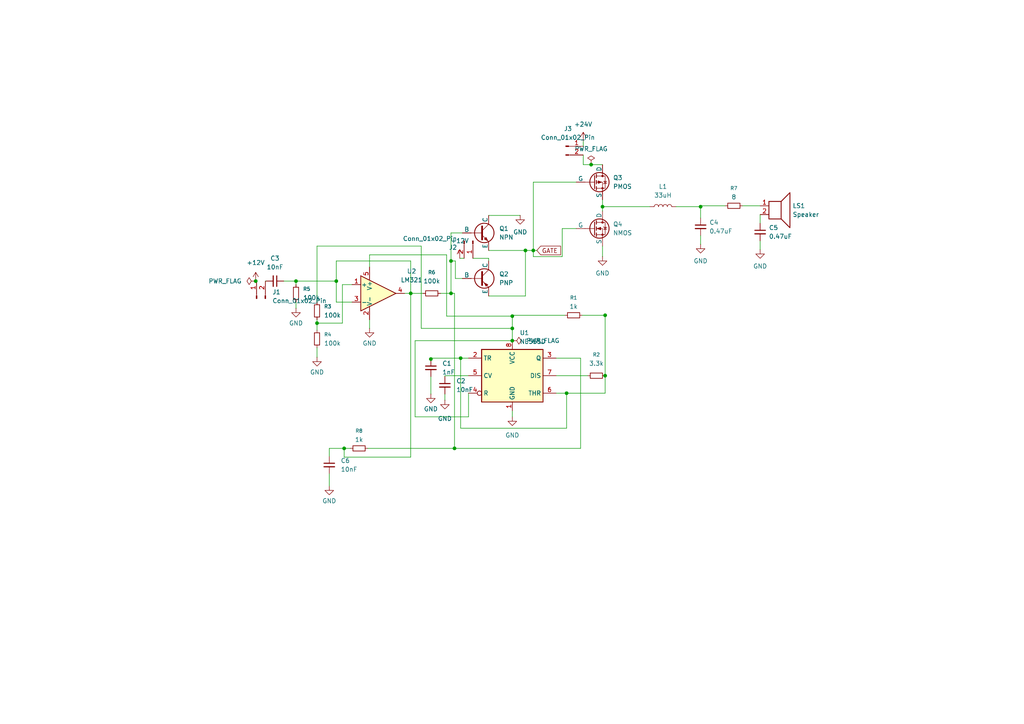
<source format=kicad_sch>
(kicad_sch
	(version 20250114)
	(generator "eeschema")
	(generator_version "9.0")
	(uuid "df1b15fc-6bfe-4095-8376-19d158245a49")
	(paper "A4")
	(lib_symbols
		(symbol "Amplifier_Operational:LM321"
			(pin_names
				(offset 0.127)
			)
			(exclude_from_sim no)
			(in_bom yes)
			(on_board yes)
			(property "Reference" "U"
				(at 0 7.62 0)
				(effects
					(font
						(size 1.27 1.27)
					)
					(justify left)
				)
			)
			(property "Value" "LM321"
				(at 0 5.08 0)
				(effects
					(font
						(size 1.27 1.27)
					)
					(justify left)
				)
			)
			(property "Footprint" "Package_TO_SOT_SMD:SOT-23-5"
				(at 0 0 0)
				(effects
					(font
						(size 1.27 1.27)
					)
					(hide yes)
				)
			)
			(property "Datasheet" "http://www.ti.com/lit/ds/symlink/lm321.pdf"
				(at 0 0 0)
				(effects
					(font
						(size 1.27 1.27)
					)
					(hide yes)
				)
			)
			(property "Description" "Low Power Single Operational Amplifier, SOT-23-5"
				(at 0 0 0)
				(effects
					(font
						(size 1.27 1.27)
					)
					(hide yes)
				)
			)
			(property "ki_keywords" "single opamp"
				(at 0 0 0)
				(effects
					(font
						(size 1.27 1.27)
					)
					(hide yes)
				)
			)
			(property "ki_fp_filters" "SOT?23*"
				(at 0 0 0)
				(effects
					(font
						(size 1.27 1.27)
					)
					(hide yes)
				)
			)
			(symbol "LM321_0_1"
				(polyline
					(pts
						(xy -5.08 5.08) (xy 5.08 0) (xy -5.08 -5.08) (xy -5.08 5.08)
					)
					(stroke
						(width 0.254)
						(type default)
					)
					(fill
						(type background)
					)
				)
			)
			(symbol "LM321_1_1"
				(pin input line
					(at -7.62 2.54 0)
					(length 2.54)
					(name "+"
						(effects
							(font
								(size 1.27 1.27)
							)
						)
					)
					(number "1"
						(effects
							(font
								(size 1.27 1.27)
							)
						)
					)
				)
				(pin input line
					(at -7.62 -2.54 0)
					(length 2.54)
					(name "-"
						(effects
							(font
								(size 1.27 1.27)
							)
						)
					)
					(number "3"
						(effects
							(font
								(size 1.27 1.27)
							)
						)
					)
				)
				(pin power_in line
					(at -2.54 7.62 270)
					(length 3.81)
					(name "V+"
						(effects
							(font
								(size 1.27 1.27)
							)
						)
					)
					(number "5"
						(effects
							(font
								(size 1.27 1.27)
							)
						)
					)
				)
				(pin power_in line
					(at -2.54 -7.62 90)
					(length 3.81)
					(name "V-"
						(effects
							(font
								(size 1.27 1.27)
							)
						)
					)
					(number "2"
						(effects
							(font
								(size 1.27 1.27)
							)
						)
					)
				)
				(pin output line
					(at 7.62 0 180)
					(length 2.54)
					(name "~"
						(effects
							(font
								(size 1.27 1.27)
							)
						)
					)
					(number "4"
						(effects
							(font
								(size 1.27 1.27)
							)
						)
					)
				)
			)
			(embedded_fonts no)
		)
		(symbol "Connector:Conn_01x02_Pin"
			(pin_names
				(offset 1.016)
				(hide yes)
			)
			(exclude_from_sim no)
			(in_bom yes)
			(on_board yes)
			(property "Reference" "J"
				(at 0 2.54 0)
				(effects
					(font
						(size 1.27 1.27)
					)
				)
			)
			(property "Value" "Conn_01x02_Pin"
				(at 0 -5.08 0)
				(effects
					(font
						(size 1.27 1.27)
					)
				)
			)
			(property "Footprint" ""
				(at 0 0 0)
				(effects
					(font
						(size 1.27 1.27)
					)
					(hide yes)
				)
			)
			(property "Datasheet" "~"
				(at 0 0 0)
				(effects
					(font
						(size 1.27 1.27)
					)
					(hide yes)
				)
			)
			(property "Description" "Generic connector, single row, 01x02, script generated"
				(at 0 0 0)
				(effects
					(font
						(size 1.27 1.27)
					)
					(hide yes)
				)
			)
			(property "ki_locked" ""
				(at 0 0 0)
				(effects
					(font
						(size 1.27 1.27)
					)
				)
			)
			(property "ki_keywords" "connector"
				(at 0 0 0)
				(effects
					(font
						(size 1.27 1.27)
					)
					(hide yes)
				)
			)
			(property "ki_fp_filters" "Connector*:*_1x??_*"
				(at 0 0 0)
				(effects
					(font
						(size 1.27 1.27)
					)
					(hide yes)
				)
			)
			(symbol "Conn_01x02_Pin_1_1"
				(rectangle
					(start 0.8636 0.127)
					(end 0 -0.127)
					(stroke
						(width 0.1524)
						(type default)
					)
					(fill
						(type outline)
					)
				)
				(rectangle
					(start 0.8636 -2.413)
					(end 0 -2.667)
					(stroke
						(width 0.1524)
						(type default)
					)
					(fill
						(type outline)
					)
				)
				(polyline
					(pts
						(xy 1.27 0) (xy 0.8636 0)
					)
					(stroke
						(width 0.1524)
						(type default)
					)
					(fill
						(type none)
					)
				)
				(polyline
					(pts
						(xy 1.27 -2.54) (xy 0.8636 -2.54)
					)
					(stroke
						(width 0.1524)
						(type default)
					)
					(fill
						(type none)
					)
				)
				(pin passive line
					(at 5.08 0 180)
					(length 3.81)
					(name "Pin_1"
						(effects
							(font
								(size 1.27 1.27)
							)
						)
					)
					(number "1"
						(effects
							(font
								(size 1.27 1.27)
							)
						)
					)
				)
				(pin passive line
					(at 5.08 -2.54 180)
					(length 3.81)
					(name "Pin_2"
						(effects
							(font
								(size 1.27 1.27)
							)
						)
					)
					(number "2"
						(effects
							(font
								(size 1.27 1.27)
							)
						)
					)
				)
			)
			(embedded_fonts no)
		)
		(symbol "Device:C_Small"
			(pin_numbers
				(hide yes)
			)
			(pin_names
				(offset 0.254)
				(hide yes)
			)
			(exclude_from_sim no)
			(in_bom yes)
			(on_board yes)
			(property "Reference" "C"
				(at 0.254 1.778 0)
				(effects
					(font
						(size 1.27 1.27)
					)
					(justify left)
				)
			)
			(property "Value" "C_Small"
				(at 0.254 -2.032 0)
				(effects
					(font
						(size 1.27 1.27)
					)
					(justify left)
				)
			)
			(property "Footprint" ""
				(at 0 0 0)
				(effects
					(font
						(size 1.27 1.27)
					)
					(hide yes)
				)
			)
			(property "Datasheet" "~"
				(at 0 0 0)
				(effects
					(font
						(size 1.27 1.27)
					)
					(hide yes)
				)
			)
			(property "Description" "Unpolarized capacitor, small symbol"
				(at 0 0 0)
				(effects
					(font
						(size 1.27 1.27)
					)
					(hide yes)
				)
			)
			(property "ki_keywords" "capacitor cap"
				(at 0 0 0)
				(effects
					(font
						(size 1.27 1.27)
					)
					(hide yes)
				)
			)
			(property "ki_fp_filters" "C_*"
				(at 0 0 0)
				(effects
					(font
						(size 1.27 1.27)
					)
					(hide yes)
				)
			)
			(symbol "C_Small_0_1"
				(polyline
					(pts
						(xy -1.524 0.508) (xy 1.524 0.508)
					)
					(stroke
						(width 0.3048)
						(type default)
					)
					(fill
						(type none)
					)
				)
				(polyline
					(pts
						(xy -1.524 -0.508) (xy 1.524 -0.508)
					)
					(stroke
						(width 0.3302)
						(type default)
					)
					(fill
						(type none)
					)
				)
			)
			(symbol "C_Small_1_1"
				(pin passive line
					(at 0 2.54 270)
					(length 2.032)
					(name "~"
						(effects
							(font
								(size 1.27 1.27)
							)
						)
					)
					(number "1"
						(effects
							(font
								(size 1.27 1.27)
							)
						)
					)
				)
				(pin passive line
					(at 0 -2.54 90)
					(length 2.032)
					(name "~"
						(effects
							(font
								(size 1.27 1.27)
							)
						)
					)
					(number "2"
						(effects
							(font
								(size 1.27 1.27)
							)
						)
					)
				)
			)
			(embedded_fonts no)
		)
		(symbol "Device:L"
			(pin_numbers
				(hide yes)
			)
			(pin_names
				(offset 1.016)
				(hide yes)
			)
			(exclude_from_sim no)
			(in_bom yes)
			(on_board yes)
			(property "Reference" "L"
				(at -1.27 0 90)
				(effects
					(font
						(size 1.27 1.27)
					)
				)
			)
			(property "Value" "L"
				(at 1.905 0 90)
				(effects
					(font
						(size 1.27 1.27)
					)
				)
			)
			(property "Footprint" ""
				(at 0 0 0)
				(effects
					(font
						(size 1.27 1.27)
					)
					(hide yes)
				)
			)
			(property "Datasheet" "~"
				(at 0 0 0)
				(effects
					(font
						(size 1.27 1.27)
					)
					(hide yes)
				)
			)
			(property "Description" "Inductor"
				(at 0 0 0)
				(effects
					(font
						(size 1.27 1.27)
					)
					(hide yes)
				)
			)
			(property "ki_keywords" "inductor choke coil reactor magnetic"
				(at 0 0 0)
				(effects
					(font
						(size 1.27 1.27)
					)
					(hide yes)
				)
			)
			(property "ki_fp_filters" "Choke_* *Coil* Inductor_* L_*"
				(at 0 0 0)
				(effects
					(font
						(size 1.27 1.27)
					)
					(hide yes)
				)
			)
			(symbol "L_0_1"
				(arc
					(start 0 2.54)
					(mid 0.6323 1.905)
					(end 0 1.27)
					(stroke
						(width 0)
						(type default)
					)
					(fill
						(type none)
					)
				)
				(arc
					(start 0 1.27)
					(mid 0.6323 0.635)
					(end 0 0)
					(stroke
						(width 0)
						(type default)
					)
					(fill
						(type none)
					)
				)
				(arc
					(start 0 0)
					(mid 0.6323 -0.635)
					(end 0 -1.27)
					(stroke
						(width 0)
						(type default)
					)
					(fill
						(type none)
					)
				)
				(arc
					(start 0 -1.27)
					(mid 0.6323 -1.905)
					(end 0 -2.54)
					(stroke
						(width 0)
						(type default)
					)
					(fill
						(type none)
					)
				)
			)
			(symbol "L_1_1"
				(pin passive line
					(at 0 3.81 270)
					(length 1.27)
					(name "1"
						(effects
							(font
								(size 1.27 1.27)
							)
						)
					)
					(number "1"
						(effects
							(font
								(size 1.27 1.27)
							)
						)
					)
				)
				(pin passive line
					(at 0 -3.81 90)
					(length 1.27)
					(name "2"
						(effects
							(font
								(size 1.27 1.27)
							)
						)
					)
					(number "2"
						(effects
							(font
								(size 1.27 1.27)
							)
						)
					)
				)
			)
			(embedded_fonts no)
		)
		(symbol "Device:R_Small"
			(pin_numbers
				(hide yes)
			)
			(pin_names
				(offset 0.254)
				(hide yes)
			)
			(exclude_from_sim no)
			(in_bom yes)
			(on_board yes)
			(property "Reference" "R"
				(at 0 0 90)
				(effects
					(font
						(size 1.016 1.016)
					)
				)
			)
			(property "Value" "R_Small"
				(at 1.778 0 90)
				(effects
					(font
						(size 1.27 1.27)
					)
				)
			)
			(property "Footprint" ""
				(at 0 0 0)
				(effects
					(font
						(size 1.27 1.27)
					)
					(hide yes)
				)
			)
			(property "Datasheet" "~"
				(at 0 0 0)
				(effects
					(font
						(size 1.27 1.27)
					)
					(hide yes)
				)
			)
			(property "Description" "Resistor, small symbol"
				(at 0 0 0)
				(effects
					(font
						(size 1.27 1.27)
					)
					(hide yes)
				)
			)
			(property "ki_keywords" "R resistor"
				(at 0 0 0)
				(effects
					(font
						(size 1.27 1.27)
					)
					(hide yes)
				)
			)
			(property "ki_fp_filters" "R_*"
				(at 0 0 0)
				(effects
					(font
						(size 1.27 1.27)
					)
					(hide yes)
				)
			)
			(symbol "R_Small_0_1"
				(rectangle
					(start -0.762 1.778)
					(end 0.762 -1.778)
					(stroke
						(width 0.2032)
						(type default)
					)
					(fill
						(type none)
					)
				)
			)
			(symbol "R_Small_1_1"
				(pin passive line
					(at 0 2.54 270)
					(length 0.762)
					(name "~"
						(effects
							(font
								(size 1.27 1.27)
							)
						)
					)
					(number "1"
						(effects
							(font
								(size 1.27 1.27)
							)
						)
					)
				)
				(pin passive line
					(at 0 -2.54 90)
					(length 0.762)
					(name "~"
						(effects
							(font
								(size 1.27 1.27)
							)
						)
					)
					(number "2"
						(effects
							(font
								(size 1.27 1.27)
							)
						)
					)
				)
			)
			(embedded_fonts no)
		)
		(symbol "Device:Speaker"
			(pin_names
				(offset 0)
				(hide yes)
			)
			(exclude_from_sim no)
			(in_bom yes)
			(on_board yes)
			(property "Reference" "LS"
				(at 1.27 5.715 0)
				(effects
					(font
						(size 1.27 1.27)
					)
					(justify right)
				)
			)
			(property "Value" "Speaker"
				(at 1.27 3.81 0)
				(effects
					(font
						(size 1.27 1.27)
					)
					(justify right)
				)
			)
			(property "Footprint" ""
				(at 0 -5.08 0)
				(effects
					(font
						(size 1.27 1.27)
					)
					(hide yes)
				)
			)
			(property "Datasheet" "~"
				(at -0.254 -1.27 0)
				(effects
					(font
						(size 1.27 1.27)
					)
					(hide yes)
				)
			)
			(property "Description" "Speaker"
				(at 0 0 0)
				(effects
					(font
						(size 1.27 1.27)
					)
					(hide yes)
				)
			)
			(property "ki_keywords" "speaker sound"
				(at 0 0 0)
				(effects
					(font
						(size 1.27 1.27)
					)
					(hide yes)
				)
			)
			(symbol "Speaker_0_0"
				(rectangle
					(start -2.54 1.27)
					(end 1.016 -3.81)
					(stroke
						(width 0.254)
						(type default)
					)
					(fill
						(type none)
					)
				)
				(polyline
					(pts
						(xy 1.016 1.27) (xy 3.556 3.81) (xy 3.556 -6.35) (xy 1.016 -3.81)
					)
					(stroke
						(width 0.254)
						(type default)
					)
					(fill
						(type none)
					)
				)
			)
			(symbol "Speaker_1_1"
				(pin input line
					(at -5.08 0 0)
					(length 2.54)
					(name "1"
						(effects
							(font
								(size 1.27 1.27)
							)
						)
					)
					(number "1"
						(effects
							(font
								(size 1.27 1.27)
							)
						)
					)
				)
				(pin input line
					(at -5.08 -2.54 0)
					(length 2.54)
					(name "2"
						(effects
							(font
								(size 1.27 1.27)
							)
						)
					)
					(number "2"
						(effects
							(font
								(size 1.27 1.27)
							)
						)
					)
				)
			)
			(embedded_fonts no)
		)
		(symbol "Simulation_SPICE:NMOS"
			(pin_numbers
				(hide yes)
			)
			(pin_names
				(offset 0)
			)
			(exclude_from_sim no)
			(in_bom yes)
			(on_board yes)
			(property "Reference" "Q"
				(at 5.08 1.27 0)
				(effects
					(font
						(size 1.27 1.27)
					)
					(justify left)
				)
			)
			(property "Value" "NMOS"
				(at 5.08 -1.27 0)
				(effects
					(font
						(size 1.27 1.27)
					)
					(justify left)
				)
			)
			(property "Footprint" ""
				(at 5.08 2.54 0)
				(effects
					(font
						(size 1.27 1.27)
					)
					(hide yes)
				)
			)
			(property "Datasheet" "https://ngspice.sourceforge.io/docs/ngspice-html-manual/manual.xhtml#cha_MOSFETs"
				(at 0 -12.7 0)
				(effects
					(font
						(size 1.27 1.27)
					)
					(hide yes)
				)
			)
			(property "Description" "N-MOSFET transistor, drain/source/gate"
				(at 0 0 0)
				(effects
					(font
						(size 1.27 1.27)
					)
					(hide yes)
				)
			)
			(property "Sim.Device" "NMOS"
				(at 0 -17.145 0)
				(effects
					(font
						(size 1.27 1.27)
					)
					(hide yes)
				)
			)
			(property "Sim.Type" "VDMOS"
				(at 0 -19.05 0)
				(effects
					(font
						(size 1.27 1.27)
					)
					(hide yes)
				)
			)
			(property "Sim.Pins" "1=D 2=G 3=S"
				(at 0 -15.24 0)
				(effects
					(font
						(size 1.27 1.27)
					)
					(hide yes)
				)
			)
			(property "ki_keywords" "transistor NMOS N-MOS N-MOSFET simulation"
				(at 0 0 0)
				(effects
					(font
						(size 1.27 1.27)
					)
					(hide yes)
				)
			)
			(symbol "NMOS_0_1"
				(polyline
					(pts
						(xy 0.254 1.905) (xy 0.254 -1.905)
					)
					(stroke
						(width 0.254)
						(type default)
					)
					(fill
						(type none)
					)
				)
				(polyline
					(pts
						(xy 0.254 0) (xy -2.54 0)
					)
					(stroke
						(width 0)
						(type default)
					)
					(fill
						(type none)
					)
				)
				(polyline
					(pts
						(xy 0.762 2.286) (xy 0.762 1.27)
					)
					(stroke
						(width 0.254)
						(type default)
					)
					(fill
						(type none)
					)
				)
				(polyline
					(pts
						(xy 0.762 0.508) (xy 0.762 -0.508)
					)
					(stroke
						(width 0.254)
						(type default)
					)
					(fill
						(type none)
					)
				)
				(polyline
					(pts
						(xy 0.762 -1.27) (xy 0.762 -2.286)
					)
					(stroke
						(width 0.254)
						(type default)
					)
					(fill
						(type none)
					)
				)
				(polyline
					(pts
						(xy 0.762 -1.778) (xy 3.302 -1.778) (xy 3.302 1.778) (xy 0.762 1.778)
					)
					(stroke
						(width 0)
						(type default)
					)
					(fill
						(type none)
					)
				)
				(polyline
					(pts
						(xy 1.016 0) (xy 2.032 0.381) (xy 2.032 -0.381) (xy 1.016 0)
					)
					(stroke
						(width 0)
						(type default)
					)
					(fill
						(type outline)
					)
				)
				(circle
					(center 1.651 0)
					(radius 2.794)
					(stroke
						(width 0.254)
						(type default)
					)
					(fill
						(type none)
					)
				)
				(polyline
					(pts
						(xy 2.54 2.54) (xy 2.54 1.778)
					)
					(stroke
						(width 0)
						(type default)
					)
					(fill
						(type none)
					)
				)
				(circle
					(center 2.54 1.778)
					(radius 0.254)
					(stroke
						(width 0)
						(type default)
					)
					(fill
						(type outline)
					)
				)
				(circle
					(center 2.54 -1.778)
					(radius 0.254)
					(stroke
						(width 0)
						(type default)
					)
					(fill
						(type outline)
					)
				)
				(polyline
					(pts
						(xy 2.54 -2.54) (xy 2.54 0) (xy 0.762 0)
					)
					(stroke
						(width 0)
						(type default)
					)
					(fill
						(type none)
					)
				)
				(polyline
					(pts
						(xy 2.794 0.508) (xy 2.921 0.381) (xy 3.683 0.381) (xy 3.81 0.254)
					)
					(stroke
						(width 0)
						(type default)
					)
					(fill
						(type none)
					)
				)
				(polyline
					(pts
						(xy 3.302 0.381) (xy 2.921 -0.254) (xy 3.683 -0.254) (xy 3.302 0.381)
					)
					(stroke
						(width 0)
						(type default)
					)
					(fill
						(type none)
					)
				)
			)
			(symbol "NMOS_1_1"
				(pin input line
					(at -5.08 0 0)
					(length 2.54)
					(name "G"
						(effects
							(font
								(size 1.27 1.27)
							)
						)
					)
					(number "2"
						(effects
							(font
								(size 1.27 1.27)
							)
						)
					)
				)
				(pin passive line
					(at 2.54 5.08 270)
					(length 2.54)
					(name "D"
						(effects
							(font
								(size 1.27 1.27)
							)
						)
					)
					(number "1"
						(effects
							(font
								(size 1.27 1.27)
							)
						)
					)
				)
				(pin passive line
					(at 2.54 -5.08 90)
					(length 2.54)
					(name "S"
						(effects
							(font
								(size 1.27 1.27)
							)
						)
					)
					(number "3"
						(effects
							(font
								(size 1.27 1.27)
							)
						)
					)
				)
			)
			(embedded_fonts no)
		)
		(symbol "Simulation_SPICE:NPN"
			(pin_numbers
				(hide yes)
			)
			(pin_names
				(offset 0)
			)
			(exclude_from_sim no)
			(in_bom yes)
			(on_board yes)
			(property "Reference" "Q"
				(at -2.54 7.62 0)
				(effects
					(font
						(size 1.27 1.27)
					)
				)
			)
			(property "Value" "NPN"
				(at -2.54 5.08 0)
				(effects
					(font
						(size 1.27 1.27)
					)
				)
			)
			(property "Footprint" ""
				(at 63.5 0 0)
				(effects
					(font
						(size 1.27 1.27)
					)
					(hide yes)
				)
			)
			(property "Datasheet" "https://ngspice.sourceforge.io/docs/ngspice-html-manual/manual.xhtml#cha_BJTs"
				(at 63.5 0 0)
				(effects
					(font
						(size 1.27 1.27)
					)
					(hide yes)
				)
			)
			(property "Description" "Bipolar transistor symbol for simulation only, substrate tied to the emitter"
				(at 0 0 0)
				(effects
					(font
						(size 1.27 1.27)
					)
					(hide yes)
				)
			)
			(property "Sim.Device" "NPN"
				(at 0 0 0)
				(effects
					(font
						(size 1.27 1.27)
					)
					(hide yes)
				)
			)
			(property "Sim.Type" "GUMMELPOON"
				(at 0 0 0)
				(effects
					(font
						(size 1.27 1.27)
					)
					(hide yes)
				)
			)
			(property "Sim.Pins" "1=C 2=B 3=E"
				(at 0 0 0)
				(effects
					(font
						(size 1.27 1.27)
					)
					(hide yes)
				)
			)
			(property "ki_keywords" "simulation"
				(at 0 0 0)
				(effects
					(font
						(size 1.27 1.27)
					)
					(hide yes)
				)
			)
			(symbol "NPN_0_1"
				(polyline
					(pts
						(xy -2.54 0) (xy 0.635 0)
					)
					(stroke
						(width 0.1524)
						(type default)
					)
					(fill
						(type none)
					)
				)
				(polyline
					(pts
						(xy 0.635 1.905) (xy 0.635 -1.905) (xy 0.635 -1.905)
					)
					(stroke
						(width 0.508)
						(type default)
					)
					(fill
						(type none)
					)
				)
				(polyline
					(pts
						(xy 0.635 0.635) (xy 2.54 2.54)
					)
					(stroke
						(width 0)
						(type default)
					)
					(fill
						(type none)
					)
				)
				(polyline
					(pts
						(xy 0.635 -0.635) (xy 2.54 -2.54) (xy 2.54 -2.54)
					)
					(stroke
						(width 0)
						(type default)
					)
					(fill
						(type none)
					)
				)
				(circle
					(center 1.27 0)
					(radius 2.8194)
					(stroke
						(width 0.254)
						(type default)
					)
					(fill
						(type none)
					)
				)
				(polyline
					(pts
						(xy 1.27 -1.778) (xy 1.778 -1.27) (xy 2.286 -2.286) (xy 1.27 -1.778) (xy 1.27 -1.778)
					)
					(stroke
						(width 0)
						(type default)
					)
					(fill
						(type outline)
					)
				)
				(polyline
					(pts
						(xy 2.794 -1.27) (xy 2.794 -1.27)
					)
					(stroke
						(width 0.1524)
						(type default)
					)
					(fill
						(type none)
					)
				)
				(polyline
					(pts
						(xy 2.794 -1.27) (xy 2.794 -1.27)
					)
					(stroke
						(width 0.1524)
						(type default)
					)
					(fill
						(type none)
					)
				)
			)
			(symbol "NPN_1_1"
				(pin input line
					(at -5.08 0 0)
					(length 2.54)
					(name "B"
						(effects
							(font
								(size 1.27 1.27)
							)
						)
					)
					(number "2"
						(effects
							(font
								(size 1.27 1.27)
							)
						)
					)
				)
				(pin open_collector line
					(at 2.54 5.08 270)
					(length 2.54)
					(name "C"
						(effects
							(font
								(size 1.27 1.27)
							)
						)
					)
					(number "1"
						(effects
							(font
								(size 1.27 1.27)
							)
						)
					)
				)
				(pin open_emitter line
					(at 2.54 -5.08 90)
					(length 2.54)
					(name "E"
						(effects
							(font
								(size 1.27 1.27)
							)
						)
					)
					(number "3"
						(effects
							(font
								(size 1.27 1.27)
							)
						)
					)
				)
			)
			(embedded_fonts no)
		)
		(symbol "Simulation_SPICE:PMOS"
			(pin_numbers
				(hide yes)
			)
			(pin_names
				(offset 0)
			)
			(exclude_from_sim no)
			(in_bom yes)
			(on_board yes)
			(property "Reference" "Q"
				(at 5.08 1.27 0)
				(effects
					(font
						(size 1.27 1.27)
					)
					(justify left)
				)
			)
			(property "Value" "PMOS"
				(at 5.08 -1.27 0)
				(effects
					(font
						(size 1.27 1.27)
					)
					(justify left)
				)
			)
			(property "Footprint" ""
				(at 5.08 2.54 0)
				(effects
					(font
						(size 1.27 1.27)
					)
					(hide yes)
				)
			)
			(property "Datasheet" "https://ngspice.sourceforge.io/docs/ngspice-html-manual/manual.xhtml#cha_MOSFETs"
				(at 0 -12.7 0)
				(effects
					(font
						(size 1.27 1.27)
					)
					(hide yes)
				)
			)
			(property "Description" "P-MOSFET transistor, drain/source/gate"
				(at 0 0 0)
				(effects
					(font
						(size 1.27 1.27)
					)
					(hide yes)
				)
			)
			(property "Sim.Device" "PMOS"
				(at 0 -17.145 0)
				(effects
					(font
						(size 1.27 1.27)
					)
					(hide yes)
				)
			)
			(property "Sim.Type" "VDMOS"
				(at 0 -19.05 0)
				(effects
					(font
						(size 1.27 1.27)
					)
					(hide yes)
				)
			)
			(property "Sim.Pins" "1=D 2=G 3=S"
				(at 0 -15.24 0)
				(effects
					(font
						(size 1.27 1.27)
					)
					(hide yes)
				)
			)
			(property "ki_keywords" "transistor PMOS P-MOS P-MOSFET simulation"
				(at 0 0 0)
				(effects
					(font
						(size 1.27 1.27)
					)
					(hide yes)
				)
			)
			(symbol "PMOS_0_1"
				(polyline
					(pts
						(xy 0.254 1.905) (xy 0.254 -1.905)
					)
					(stroke
						(width 0.254)
						(type default)
					)
					(fill
						(type none)
					)
				)
				(polyline
					(pts
						(xy 0.254 0) (xy -2.54 0)
					)
					(stroke
						(width 0)
						(type default)
					)
					(fill
						(type none)
					)
				)
				(polyline
					(pts
						(xy 0.762 2.286) (xy 0.762 1.27)
					)
					(stroke
						(width 0.254)
						(type default)
					)
					(fill
						(type none)
					)
				)
				(polyline
					(pts
						(xy 0.762 1.778) (xy 3.302 1.778) (xy 3.302 -1.778) (xy 0.762 -1.778)
					)
					(stroke
						(width 0)
						(type default)
					)
					(fill
						(type none)
					)
				)
				(polyline
					(pts
						(xy 0.762 0.508) (xy 0.762 -0.508)
					)
					(stroke
						(width 0.254)
						(type default)
					)
					(fill
						(type none)
					)
				)
				(polyline
					(pts
						(xy 0.762 -1.27) (xy 0.762 -2.286)
					)
					(stroke
						(width 0.254)
						(type default)
					)
					(fill
						(type none)
					)
				)
				(circle
					(center 1.651 0)
					(radius 2.794)
					(stroke
						(width 0.254)
						(type default)
					)
					(fill
						(type none)
					)
				)
				(polyline
					(pts
						(xy 2.286 0) (xy 1.27 0.381) (xy 1.27 -0.381) (xy 2.286 0)
					)
					(stroke
						(width 0)
						(type default)
					)
					(fill
						(type outline)
					)
				)
				(polyline
					(pts
						(xy 2.54 2.54) (xy 2.54 1.778)
					)
					(stroke
						(width 0)
						(type default)
					)
					(fill
						(type none)
					)
				)
				(circle
					(center 2.54 1.778)
					(radius 0.254)
					(stroke
						(width 0)
						(type default)
					)
					(fill
						(type outline)
					)
				)
				(circle
					(center 2.54 -1.778)
					(radius 0.254)
					(stroke
						(width 0)
						(type default)
					)
					(fill
						(type outline)
					)
				)
				(polyline
					(pts
						(xy 2.54 -2.54) (xy 2.54 0) (xy 0.762 0)
					)
					(stroke
						(width 0)
						(type default)
					)
					(fill
						(type none)
					)
				)
				(polyline
					(pts
						(xy 2.794 -0.508) (xy 2.921 -0.381) (xy 3.683 -0.381) (xy 3.81 -0.254)
					)
					(stroke
						(width 0)
						(type default)
					)
					(fill
						(type none)
					)
				)
				(polyline
					(pts
						(xy 3.302 -0.381) (xy 2.921 0.254) (xy 3.683 0.254) (xy 3.302 -0.381)
					)
					(stroke
						(width 0)
						(type default)
					)
					(fill
						(type none)
					)
				)
			)
			(symbol "PMOS_1_1"
				(pin input line
					(at -5.08 0 0)
					(length 2.54)
					(name "G"
						(effects
							(font
								(size 1.27 1.27)
							)
						)
					)
					(number "2"
						(effects
							(font
								(size 1.27 1.27)
							)
						)
					)
				)
				(pin passive line
					(at 2.54 5.08 270)
					(length 2.54)
					(name "D"
						(effects
							(font
								(size 1.27 1.27)
							)
						)
					)
					(number "1"
						(effects
							(font
								(size 1.27 1.27)
							)
						)
					)
				)
				(pin passive line
					(at 2.54 -5.08 90)
					(length 2.54)
					(name "S"
						(effects
							(font
								(size 1.27 1.27)
							)
						)
					)
					(number "3"
						(effects
							(font
								(size 1.27 1.27)
							)
						)
					)
				)
			)
			(embedded_fonts no)
		)
		(symbol "Simulation_SPICE:PNP"
			(pin_numbers
				(hide yes)
			)
			(pin_names
				(offset 0)
			)
			(exclude_from_sim no)
			(in_bom yes)
			(on_board yes)
			(property "Reference" "Q"
				(at -2.54 7.62 0)
				(effects
					(font
						(size 1.27 1.27)
					)
				)
			)
			(property "Value" "PNP"
				(at -2.54 5.08 0)
				(effects
					(font
						(size 1.27 1.27)
					)
				)
			)
			(property "Footprint" ""
				(at 35.56 0 0)
				(effects
					(font
						(size 1.27 1.27)
					)
					(hide yes)
				)
			)
			(property "Datasheet" "https://ngspice.sourceforge.io/docs/ngspice-html-manual/manual.xhtml#cha_BJTs"
				(at 35.56 0 0)
				(effects
					(font
						(size 1.27 1.27)
					)
					(hide yes)
				)
			)
			(property "Description" "Bipolar transistor symbol for simulation only, substrate tied to the emitter"
				(at 0 0 0)
				(effects
					(font
						(size 1.27 1.27)
					)
					(hide yes)
				)
			)
			(property "Sim.Device" "PNP"
				(at 0 0 0)
				(effects
					(font
						(size 1.27 1.27)
					)
					(hide yes)
				)
			)
			(property "Sim.Type" "GUMMELPOON"
				(at 0 0 0)
				(effects
					(font
						(size 1.27 1.27)
					)
					(hide yes)
				)
			)
			(property "Sim.Pins" "1=C 2=B 3=E"
				(at 0 0 0)
				(effects
					(font
						(size 1.27 1.27)
					)
					(hide yes)
				)
			)
			(property "ki_keywords" "simulation"
				(at 0 0 0)
				(effects
					(font
						(size 1.27 1.27)
					)
					(hide yes)
				)
			)
			(symbol "PNP_0_1"
				(polyline
					(pts
						(xy -2.54 0) (xy 0.635 0)
					)
					(stroke
						(width 0.1524)
						(type default)
					)
					(fill
						(type none)
					)
				)
				(polyline
					(pts
						(xy 0.635 1.905) (xy 0.635 -1.905) (xy 0.635 -1.905)
					)
					(stroke
						(width 0.508)
						(type default)
					)
					(fill
						(type none)
					)
				)
				(polyline
					(pts
						(xy 0.635 0.635) (xy 2.54 2.54)
					)
					(stroke
						(width 0)
						(type default)
					)
					(fill
						(type none)
					)
				)
				(polyline
					(pts
						(xy 0.635 -0.635) (xy 2.54 -2.54) (xy 2.54 -2.54)
					)
					(stroke
						(width 0)
						(type default)
					)
					(fill
						(type none)
					)
				)
				(circle
					(center 1.27 0)
					(radius 2.8194)
					(stroke
						(width 0.254)
						(type default)
					)
					(fill
						(type none)
					)
				)
				(polyline
					(pts
						(xy 2.286 -1.778) (xy 1.778 -2.286) (xy 1.27 -1.27) (xy 2.286 -1.778) (xy 2.286 -1.778)
					)
					(stroke
						(width 0)
						(type default)
					)
					(fill
						(type outline)
					)
				)
			)
			(symbol "PNP_1_1"
				(pin input line
					(at -5.08 0 0)
					(length 2.54)
					(name "B"
						(effects
							(font
								(size 1.27 1.27)
							)
						)
					)
					(number "2"
						(effects
							(font
								(size 1.27 1.27)
							)
						)
					)
				)
				(pin open_collector line
					(at 2.54 5.08 270)
					(length 2.54)
					(name "C"
						(effects
							(font
								(size 1.27 1.27)
							)
						)
					)
					(number "1"
						(effects
							(font
								(size 1.27 1.27)
							)
						)
					)
				)
				(pin open_emitter line
					(at 2.54 -5.08 90)
					(length 2.54)
					(name "E"
						(effects
							(font
								(size 1.27 1.27)
							)
						)
					)
					(number "3"
						(effects
							(font
								(size 1.27 1.27)
							)
						)
					)
				)
			)
			(embedded_fonts no)
		)
		(symbol "Timer:NE555D"
			(exclude_from_sim no)
			(in_bom yes)
			(on_board yes)
			(property "Reference" "U"
				(at -10.16 8.89 0)
				(effects
					(font
						(size 1.27 1.27)
					)
					(justify left)
				)
			)
			(property "Value" "NE555D"
				(at 2.54 8.89 0)
				(effects
					(font
						(size 1.27 1.27)
					)
					(justify left)
				)
			)
			(property "Footprint" "Package_SO:SOIC-8_3.9x4.9mm_P1.27mm"
				(at 21.59 -10.16 0)
				(effects
					(font
						(size 1.27 1.27)
					)
					(hide yes)
				)
			)
			(property "Datasheet" "http://www.ti.com/lit/ds/symlink/ne555.pdf"
				(at 21.59 -10.16 0)
				(effects
					(font
						(size 1.27 1.27)
					)
					(hide yes)
				)
			)
			(property "Description" "Precision Timers, 555 compatible, SOIC-8"
				(at 0 0 0)
				(effects
					(font
						(size 1.27 1.27)
					)
					(hide yes)
				)
			)
			(property "ki_keywords" "single timer 555"
				(at 0 0 0)
				(effects
					(font
						(size 1.27 1.27)
					)
					(hide yes)
				)
			)
			(property "ki_fp_filters" "SOIC*3.9x4.9mm*P1.27mm*"
				(at 0 0 0)
				(effects
					(font
						(size 1.27 1.27)
					)
					(hide yes)
				)
			)
			(symbol "NE555D_0_0"
				(pin power_in line
					(at 0 10.16 270)
					(length 2.54)
					(name "VCC"
						(effects
							(font
								(size 1.27 1.27)
							)
						)
					)
					(number "8"
						(effects
							(font
								(size 1.27 1.27)
							)
						)
					)
				)
				(pin power_in line
					(at 0 -10.16 90)
					(length 2.54)
					(name "GND"
						(effects
							(font
								(size 1.27 1.27)
							)
						)
					)
					(number "1"
						(effects
							(font
								(size 1.27 1.27)
							)
						)
					)
				)
			)
			(symbol "NE555D_0_1"
				(rectangle
					(start -8.89 -7.62)
					(end 8.89 7.62)
					(stroke
						(width 0.254)
						(type default)
					)
					(fill
						(type background)
					)
				)
				(rectangle
					(start -8.89 -7.62)
					(end 8.89 7.62)
					(stroke
						(width 0.254)
						(type default)
					)
					(fill
						(type background)
					)
				)
			)
			(symbol "NE555D_1_1"
				(pin input line
					(at -12.7 5.08 0)
					(length 3.81)
					(name "TR"
						(effects
							(font
								(size 1.27 1.27)
							)
						)
					)
					(number "2"
						(effects
							(font
								(size 1.27 1.27)
							)
						)
					)
				)
				(pin input line
					(at -12.7 0 0)
					(length 3.81)
					(name "CV"
						(effects
							(font
								(size 1.27 1.27)
							)
						)
					)
					(number "5"
						(effects
							(font
								(size 1.27 1.27)
							)
						)
					)
				)
				(pin input inverted
					(at -12.7 -5.08 0)
					(length 3.81)
					(name "R"
						(effects
							(font
								(size 1.27 1.27)
							)
						)
					)
					(number "4"
						(effects
							(font
								(size 1.27 1.27)
							)
						)
					)
				)
				(pin output line
					(at 12.7 5.08 180)
					(length 3.81)
					(name "Q"
						(effects
							(font
								(size 1.27 1.27)
							)
						)
					)
					(number "3"
						(effects
							(font
								(size 1.27 1.27)
							)
						)
					)
				)
				(pin input line
					(at 12.7 0 180)
					(length 3.81)
					(name "DIS"
						(effects
							(font
								(size 1.27 1.27)
							)
						)
					)
					(number "7"
						(effects
							(font
								(size 1.27 1.27)
							)
						)
					)
				)
				(pin input line
					(at 12.7 -5.08 180)
					(length 3.81)
					(name "THR"
						(effects
							(font
								(size 1.27 1.27)
							)
						)
					)
					(number "6"
						(effects
							(font
								(size 1.27 1.27)
							)
						)
					)
				)
			)
			(embedded_fonts no)
		)
		(symbol "power:+12V"
			(power)
			(pin_numbers
				(hide yes)
			)
			(pin_names
				(offset 0)
				(hide yes)
			)
			(exclude_from_sim no)
			(in_bom yes)
			(on_board yes)
			(property "Reference" "#PWR"
				(at 0 -3.81 0)
				(effects
					(font
						(size 1.27 1.27)
					)
					(hide yes)
				)
			)
			(property "Value" "+12V"
				(at 0 3.556 0)
				(effects
					(font
						(size 1.27 1.27)
					)
				)
			)
			(property "Footprint" ""
				(at 0 0 0)
				(effects
					(font
						(size 1.27 1.27)
					)
					(hide yes)
				)
			)
			(property "Datasheet" ""
				(at 0 0 0)
				(effects
					(font
						(size 1.27 1.27)
					)
					(hide yes)
				)
			)
			(property "Description" "Power symbol creates a global label with name \"+12V\""
				(at 0 0 0)
				(effects
					(font
						(size 1.27 1.27)
					)
					(hide yes)
				)
			)
			(property "ki_keywords" "global power"
				(at 0 0 0)
				(effects
					(font
						(size 1.27 1.27)
					)
					(hide yes)
				)
			)
			(symbol "+12V_0_1"
				(polyline
					(pts
						(xy -0.762 1.27) (xy 0 2.54)
					)
					(stroke
						(width 0)
						(type default)
					)
					(fill
						(type none)
					)
				)
				(polyline
					(pts
						(xy 0 2.54) (xy 0.762 1.27)
					)
					(stroke
						(width 0)
						(type default)
					)
					(fill
						(type none)
					)
				)
				(polyline
					(pts
						(xy 0 0) (xy 0 2.54)
					)
					(stroke
						(width 0)
						(type default)
					)
					(fill
						(type none)
					)
				)
			)
			(symbol "+12V_1_1"
				(pin power_in line
					(at 0 0 90)
					(length 0)
					(name "~"
						(effects
							(font
								(size 1.27 1.27)
							)
						)
					)
					(number "1"
						(effects
							(font
								(size 1.27 1.27)
							)
						)
					)
				)
			)
			(embedded_fonts no)
		)
		(symbol "power:+24V"
			(power)
			(pin_numbers
				(hide yes)
			)
			(pin_names
				(offset 0)
				(hide yes)
			)
			(exclude_from_sim no)
			(in_bom yes)
			(on_board yes)
			(property "Reference" "#PWR"
				(at 0 -3.81 0)
				(effects
					(font
						(size 1.27 1.27)
					)
					(hide yes)
				)
			)
			(property "Value" "+24V"
				(at 0 3.556 0)
				(effects
					(font
						(size 1.27 1.27)
					)
				)
			)
			(property "Footprint" ""
				(at 0 0 0)
				(effects
					(font
						(size 1.27 1.27)
					)
					(hide yes)
				)
			)
			(property "Datasheet" ""
				(at 0 0 0)
				(effects
					(font
						(size 1.27 1.27)
					)
					(hide yes)
				)
			)
			(property "Description" "Power symbol creates a global label with name \"+24V\""
				(at 0 0 0)
				(effects
					(font
						(size 1.27 1.27)
					)
					(hide yes)
				)
			)
			(property "ki_keywords" "global power"
				(at 0 0 0)
				(effects
					(font
						(size 1.27 1.27)
					)
					(hide yes)
				)
			)
			(symbol "+24V_0_1"
				(polyline
					(pts
						(xy -0.762 1.27) (xy 0 2.54)
					)
					(stroke
						(width 0)
						(type default)
					)
					(fill
						(type none)
					)
				)
				(polyline
					(pts
						(xy 0 2.54) (xy 0.762 1.27)
					)
					(stroke
						(width 0)
						(type default)
					)
					(fill
						(type none)
					)
				)
				(polyline
					(pts
						(xy 0 0) (xy 0 2.54)
					)
					(stroke
						(width 0)
						(type default)
					)
					(fill
						(type none)
					)
				)
			)
			(symbol "+24V_1_1"
				(pin power_in line
					(at 0 0 90)
					(length 0)
					(name "~"
						(effects
							(font
								(size 1.27 1.27)
							)
						)
					)
					(number "1"
						(effects
							(font
								(size 1.27 1.27)
							)
						)
					)
				)
			)
			(embedded_fonts no)
		)
		(symbol "power:GND"
			(power)
			(pin_numbers
				(hide yes)
			)
			(pin_names
				(offset 0)
				(hide yes)
			)
			(exclude_from_sim no)
			(in_bom yes)
			(on_board yes)
			(property "Reference" "#PWR"
				(at 0 -6.35 0)
				(effects
					(font
						(size 1.27 1.27)
					)
					(hide yes)
				)
			)
			(property "Value" "GND"
				(at 0 -3.81 0)
				(effects
					(font
						(size 1.27 1.27)
					)
				)
			)
			(property "Footprint" ""
				(at 0 0 0)
				(effects
					(font
						(size 1.27 1.27)
					)
					(hide yes)
				)
			)
			(property "Datasheet" ""
				(at 0 0 0)
				(effects
					(font
						(size 1.27 1.27)
					)
					(hide yes)
				)
			)
			(property "Description" "Power symbol creates a global label with name \"GND\" , ground"
				(at 0 0 0)
				(effects
					(font
						(size 1.27 1.27)
					)
					(hide yes)
				)
			)
			(property "ki_keywords" "global power"
				(at 0 0 0)
				(effects
					(font
						(size 1.27 1.27)
					)
					(hide yes)
				)
			)
			(symbol "GND_0_1"
				(polyline
					(pts
						(xy 0 0) (xy 0 -1.27) (xy 1.27 -1.27) (xy 0 -2.54) (xy -1.27 -1.27) (xy 0 -1.27)
					)
					(stroke
						(width 0)
						(type default)
					)
					(fill
						(type none)
					)
				)
			)
			(symbol "GND_1_1"
				(pin power_in line
					(at 0 0 270)
					(length 0)
					(name "~"
						(effects
							(font
								(size 1.27 1.27)
							)
						)
					)
					(number "1"
						(effects
							(font
								(size 1.27 1.27)
							)
						)
					)
				)
			)
			(embedded_fonts no)
		)
		(symbol "power:PWR_FLAG"
			(power)
			(pin_numbers
				(hide yes)
			)
			(pin_names
				(offset 0)
				(hide yes)
			)
			(exclude_from_sim no)
			(in_bom yes)
			(on_board yes)
			(property "Reference" "#FLG"
				(at 0 1.905 0)
				(effects
					(font
						(size 1.27 1.27)
					)
					(hide yes)
				)
			)
			(property "Value" "PWR_FLAG"
				(at 0 3.81 0)
				(effects
					(font
						(size 1.27 1.27)
					)
				)
			)
			(property "Footprint" ""
				(at 0 0 0)
				(effects
					(font
						(size 1.27 1.27)
					)
					(hide yes)
				)
			)
			(property "Datasheet" "~"
				(at 0 0 0)
				(effects
					(font
						(size 1.27 1.27)
					)
					(hide yes)
				)
			)
			(property "Description" "Special symbol for telling ERC where power comes from"
				(at 0 0 0)
				(effects
					(font
						(size 1.27 1.27)
					)
					(hide yes)
				)
			)
			(property "ki_keywords" "flag power"
				(at 0 0 0)
				(effects
					(font
						(size 1.27 1.27)
					)
					(hide yes)
				)
			)
			(symbol "PWR_FLAG_0_0"
				(pin power_out line
					(at 0 0 90)
					(length 0)
					(name "~"
						(effects
							(font
								(size 1.27 1.27)
							)
						)
					)
					(number "1"
						(effects
							(font
								(size 1.27 1.27)
							)
						)
					)
				)
			)
			(symbol "PWR_FLAG_0_1"
				(polyline
					(pts
						(xy 0 0) (xy 0 1.27) (xy -1.016 1.905) (xy 0 2.54) (xy 1.016 1.905) (xy 0 1.27)
					)
					(stroke
						(width 0)
						(type default)
					)
					(fill
						(type none)
					)
				)
			)
			(embedded_fonts no)
		)
	)
	(junction
		(at 74.168 81.534)
		(diameter 0)
		(color 0 0 0 0)
		(uuid "06386414-982e-47a6-a655-2628b27137ff")
	)
	(junction
		(at 131.826 130.048)
		(diameter 0)
		(color 0 0 0 0)
		(uuid "0842de45-a2d0-4a10-9511-22c1d0f0f323")
	)
	(junction
		(at 99.822 130.048)
		(diameter 0)
		(color 0 0 0 0)
		(uuid "0be033ca-35e4-414c-8122-c15d86b70389")
	)
	(junction
		(at 130.81 85.09)
		(diameter 0)
		(color 0 0 0 0)
		(uuid "262773ac-8b7e-417b-a198-b6ac85542b0e")
	)
	(junction
		(at 148.59 95.25)
		(diameter 0)
		(color 0 0 0 0)
		(uuid "2b040717-02fd-46ce-8e23-883fa5a19530")
	)
	(junction
		(at 154.686 72.644)
		(diameter 0)
		(color 0 0 0 0)
		(uuid "32974d17-fbb3-4cf3-bdf7-e3d1223ee47a")
	)
	(junction
		(at 175.514 108.966)
		(diameter 0)
		(color 0 0 0 0)
		(uuid "34d217e9-be9e-4a09-a02e-eab69ea78b9c")
	)
	(junction
		(at 148.59 98.806)
		(diameter 0)
		(color 0 0 0 0)
		(uuid "524b9f2c-4ad4-4867-866f-08586b1589f8")
	)
	(junction
		(at 85.852 81.534)
		(diameter 0)
		(color 0 0 0 0)
		(uuid "53005d6f-4161-447c-8866-25715075a942")
	)
	(junction
		(at 152.4 72.644)
		(diameter 0)
		(color 0 0 0 0)
		(uuid "94347e07-fc03-4380-a3a0-821b31649ffb")
	)
	(junction
		(at 203.2 59.944)
		(diameter 0)
		(color 0 0 0 0)
		(uuid "b32d830b-7a60-43ca-ae4b-a8bcc871baf8")
	)
	(junction
		(at 130.81 75.692)
		(diameter 0)
		(color 0 0 0 0)
		(uuid "b3d453db-337e-4344-a2ff-eefc4c2571cb")
	)
	(junction
		(at 171.45 47.752)
		(diameter 0)
		(color 0 0 0 0)
		(uuid "b4f94d41-0c82-468c-b0ef-ba9f85f337b9")
	)
	(junction
		(at 119.126 85.09)
		(diameter 0)
		(color 0 0 0 0)
		(uuid "bee2d071-c598-42a7-89a0-4d720d22a128")
	)
	(junction
		(at 124.968 104.14)
		(diameter 0)
		(color 0 0 0 0)
		(uuid "cd91e4d1-c545-4294-ba06-d5bdb9c7d2e6")
	)
	(junction
		(at 174.752 59.944)
		(diameter 0)
		(color 0 0 0 0)
		(uuid "dcccb4f4-5c2a-4c4c-802a-5a17d007397b")
	)
	(junction
		(at 91.948 93.726)
		(diameter 0)
		(color 0 0 0 0)
		(uuid "e2f03d87-ba87-4dbf-a056-efd8b6049914")
	)
	(junction
		(at 133.604 103.886)
		(diameter 0)
		(color 0 0 0 0)
		(uuid "e7f7a220-e484-4937-b8ea-df28e206bc8a")
	)
	(junction
		(at 148.59 91.694)
		(diameter 0)
		(color 0 0 0 0)
		(uuid "ed24f138-2e44-4144-a37c-b4c41a40de27")
	)
	(junction
		(at 175.514 91.44)
		(diameter 0)
		(color 0 0 0 0)
		(uuid "f6994350-5d3f-42e2-a9e6-1c0c843b2aa4")
	)
	(junction
		(at 164.338 114.046)
		(diameter 0)
		(color 0 0 0 0)
		(uuid "f69da50f-1b77-44da-bd8f-6400dfd21807")
	)
	(junction
		(at 97.536 81.534)
		(diameter 0)
		(color 0 0 0 0)
		(uuid "f752d68f-b0ed-433d-b0c1-cfeab9e2bbe2")
	)
	(wire
		(pts
			(xy 171.45 47.752) (xy 174.752 47.752)
		)
		(stroke
			(width 0)
			(type default)
		)
		(uuid "041fd024-742a-418b-bebb-5a56c5430f5f")
	)
	(wire
		(pts
			(xy 175.514 91.44) (xy 175.514 108.966)
		)
		(stroke
			(width 0)
			(type default)
		)
		(uuid "04d50f8a-b72f-4633-ab56-f804673e93ee")
	)
	(wire
		(pts
			(xy 129.032 108.966) (xy 129.032 109.22)
		)
		(stroke
			(width 0)
			(type default)
		)
		(uuid "092c9735-fa81-4dca-99a3-8f142ccdee2e")
	)
	(wire
		(pts
			(xy 95.504 132.334) (xy 95.504 130.048)
		)
		(stroke
			(width 0)
			(type default)
		)
		(uuid "0e4963b6-a695-4ccc-8e24-457e919a542e")
	)
	(wire
		(pts
			(xy 168.91 91.44) (xy 175.514 91.44)
		)
		(stroke
			(width 0)
			(type default)
		)
		(uuid "12ecd225-99da-4d0b-a1f7-18467177ed9c")
	)
	(wire
		(pts
			(xy 169.164 44.958) (xy 169.164 47.752)
		)
		(stroke
			(width 0)
			(type default)
		)
		(uuid "154a7173-b7be-422f-9fb1-636c7e143a3f")
	)
	(wire
		(pts
			(xy 95.504 130.048) (xy 99.822 130.048)
		)
		(stroke
			(width 0)
			(type default)
		)
		(uuid "1c8e9c51-4ca4-4138-9622-1502736b8798")
	)
	(wire
		(pts
			(xy 97.536 81.534) (xy 97.536 87.63)
		)
		(stroke
			(width 0)
			(type default)
		)
		(uuid "201abc80-0d02-4490-8068-9e221c3ceb13")
	)
	(wire
		(pts
			(xy 220.472 69.85) (xy 220.472 72.39)
		)
		(stroke
			(width 0)
			(type default)
		)
		(uuid "2501fecc-488b-4b61-8a82-97dac30961da")
	)
	(wire
		(pts
			(xy 215.392 59.69) (xy 220.472 59.69)
		)
		(stroke
			(width 0)
			(type default)
		)
		(uuid "251c2eeb-3d98-48db-aee1-2d4df5e6068f")
	)
	(wire
		(pts
			(xy 129.54 91.694) (xy 148.59 91.694)
		)
		(stroke
			(width 0)
			(type default)
		)
		(uuid "2fa4e76e-314e-4dd6-ad12-57d2eeda8416")
	)
	(wire
		(pts
			(xy 131.826 130.048) (xy 106.68 130.048)
		)
		(stroke
			(width 0)
			(type default)
		)
		(uuid "320224b6-7ce6-4a1c-8e65-6ce156ddc9a3")
	)
	(wire
		(pts
			(xy 120.396 120.904) (xy 120.396 98.806)
		)
		(stroke
			(width 0)
			(type default)
		)
		(uuid "3299f223-703d-4cc3-99e8-c63c422229cb")
	)
	(wire
		(pts
			(xy 91.948 87.63) (xy 91.948 71.374)
		)
		(stroke
			(width 0)
			(type default)
		)
		(uuid "378b53a5-7892-4480-816a-3077fa8763a0")
	)
	(wire
		(pts
			(xy 120.396 98.806) (xy 148.59 98.806)
		)
		(stroke
			(width 0)
			(type default)
		)
		(uuid "392bcdae-a44f-4df3-9a2a-6f499ac386bf")
	)
	(wire
		(pts
			(xy 152.4 85.852) (xy 141.732 85.852)
		)
		(stroke
			(width 0)
			(type default)
		)
		(uuid "42de859c-198f-431d-ae38-d38bd6769954")
	)
	(wire
		(pts
			(xy 134.112 67.564) (xy 130.81 67.564)
		)
		(stroke
			(width 0)
			(type default)
		)
		(uuid "43ee4ac9-b6df-4714-89c7-9116eb337b42")
	)
	(wire
		(pts
			(xy 174.752 71.374) (xy 174.752 74.422)
		)
		(stroke
			(width 0)
			(type default)
		)
		(uuid "43fd20da-edb9-4300-9584-c737d3f8ad2b")
	)
	(wire
		(pts
			(xy 76.962 81.534) (xy 77.216 81.534)
		)
		(stroke
			(width 0)
			(type default)
		)
		(uuid "4a8391b1-817a-42ff-ac7f-0e7fb4c706c7")
	)
	(wire
		(pts
			(xy 85.852 87.63) (xy 85.852 89.408)
		)
		(stroke
			(width 0)
			(type default)
		)
		(uuid "4ba34a04-f09a-42f5-9b73-50ae85b53c0a")
	)
	(wire
		(pts
			(xy 127.762 85.09) (xy 130.81 85.09)
		)
		(stroke
			(width 0)
			(type default)
		)
		(uuid "4c3d35dc-d3ea-43ae-ab54-9c3f45a44ac5")
	)
	(wire
		(pts
			(xy 97.536 81.534) (xy 97.536 75.692)
		)
		(stroke
			(width 0)
			(type default)
		)
		(uuid "4fd8886c-3505-476f-b9ee-39fb879bacf7")
	)
	(wire
		(pts
			(xy 85.852 81.534) (xy 97.536 81.534)
		)
		(stroke
			(width 0)
			(type default)
		)
		(uuid "509f8dfe-3dce-4cfa-9952-0935ac7a982b")
	)
	(wire
		(pts
			(xy 91.948 93.726) (xy 91.948 95.758)
		)
		(stroke
			(width 0)
			(type default)
		)
		(uuid "5765a153-c034-459e-a5e8-b2ded6c50b7d")
	)
	(wire
		(pts
			(xy 102.108 82.55) (xy 99.314 82.55)
		)
		(stroke
			(width 0)
			(type default)
		)
		(uuid "58039aee-9e40-42e3-8c95-daaf321c84b6")
	)
	(wire
		(pts
			(xy 91.948 100.838) (xy 91.948 103.632)
		)
		(stroke
			(width 0)
			(type default)
		)
		(uuid "5aad96ac-2043-4ef5-a3bd-26b52553c76b")
	)
	(wire
		(pts
			(xy 164.338 114.046) (xy 164.338 124.206)
		)
		(stroke
			(width 0)
			(type default)
		)
		(uuid "5b0fbe18-9ec8-4756-932d-772660240066")
	)
	(wire
		(pts
			(xy 130.81 67.564) (xy 130.81 75.692)
		)
		(stroke
			(width 0)
			(type default)
		)
		(uuid "5b8524dd-a1f5-4570-a039-1fcfdb5d34db")
	)
	(wire
		(pts
			(xy 163.068 66.294) (xy 163.068 74.422)
		)
		(stroke
			(width 0)
			(type default)
		)
		(uuid "5f62f5a0-281c-4894-b640-489741294d88")
	)
	(wire
		(pts
			(xy 203.2 59.69) (xy 203.2 59.944)
		)
		(stroke
			(width 0)
			(type default)
		)
		(uuid "631eca3c-304d-4df2-98d2-814e1015ad56")
	)
	(wire
		(pts
			(xy 163.83 91.44) (xy 148.59 91.44)
		)
		(stroke
			(width 0)
			(type default)
		)
		(uuid "65af850c-cc10-4b42-8bee-ae9ab60fb75f")
	)
	(wire
		(pts
			(xy 99.822 132.588) (xy 99.822 130.048)
		)
		(stroke
			(width 0)
			(type default)
		)
		(uuid "66dbee40-6b92-4442-92d2-2ebdc6d1481a")
	)
	(wire
		(pts
			(xy 122.174 95.25) (xy 148.59 95.25)
		)
		(stroke
			(width 0)
			(type default)
		)
		(uuid "67cf8613-6728-4b1a-beac-7be9cbe78792")
	)
	(wire
		(pts
			(xy 174.752 59.944) (xy 188.468 59.944)
		)
		(stroke
			(width 0)
			(type default)
		)
		(uuid "67d30bc8-0d6c-41a0-abfe-2cfabf7fa4ab")
	)
	(wire
		(pts
			(xy 130.81 85.09) (xy 131.826 85.09)
		)
		(stroke
			(width 0)
			(type default)
		)
		(uuid "681f3bd8-5cc0-4e5e-8755-f4d740c9f94f")
	)
	(wire
		(pts
			(xy 133.604 124.206) (xy 133.604 103.886)
		)
		(stroke
			(width 0)
			(type default)
		)
		(uuid "6ae76bed-d190-4441-9ae4-bb795b0962b6")
	)
	(wire
		(pts
			(xy 210.312 59.69) (xy 203.2 59.69)
		)
		(stroke
			(width 0)
			(type default)
		)
		(uuid "7172bc92-3995-4463-ba8b-857f8b2d82ff")
	)
	(wire
		(pts
			(xy 107.188 77.47) (xy 107.188 73.914)
		)
		(stroke
			(width 0)
			(type default)
		)
		(uuid "7234b76f-8c8a-4c7b-a763-895cb723be4c")
	)
	(wire
		(pts
			(xy 154.686 52.832) (xy 154.686 72.644)
		)
		(stroke
			(width 0)
			(type default)
		)
		(uuid "7930ca27-84d9-4bf5-8bda-8503460a7cb6")
	)
	(wire
		(pts
			(xy 161.29 114.046) (xy 164.338 114.046)
		)
		(stroke
			(width 0)
			(type default)
		)
		(uuid "7a21a185-65af-4ea6-b7e5-693c0a109a52")
	)
	(wire
		(pts
			(xy 137.16 74.93) (xy 141.732 74.93)
		)
		(stroke
			(width 0)
			(type default)
		)
		(uuid "7c11cd6e-339d-4bef-acf1-a1f8ec600f56")
	)
	(wire
		(pts
			(xy 148.59 91.44) (xy 148.59 91.694)
		)
		(stroke
			(width 0)
			(type default)
		)
		(uuid "7e1fa840-335f-43a8-8eef-100aa14a6abf")
	)
	(wire
		(pts
			(xy 97.536 75.692) (xy 119.126 75.692)
		)
		(stroke
			(width 0)
			(type default)
		)
		(uuid "7f46257d-6ad2-4a97-89cc-750a99a2b27d")
	)
	(wire
		(pts
			(xy 161.29 103.886) (xy 168.402 103.886)
		)
		(stroke
			(width 0)
			(type default)
		)
		(uuid "7ff29c1a-79a6-4f81-b070-651c15627bf0")
	)
	(wire
		(pts
			(xy 132.08 80.772) (xy 132.08 75.692)
		)
		(stroke
			(width 0)
			(type default)
		)
		(uuid "814f539a-2565-4fa9-872f-e24857926687")
	)
	(wire
		(pts
			(xy 119.126 85.09) (xy 122.682 85.09)
		)
		(stroke
			(width 0)
			(type default)
		)
		(uuid "82167159-fe66-4ed6-9b21-39ca21a964d3")
	)
	(wire
		(pts
			(xy 91.948 92.71) (xy 91.948 93.726)
		)
		(stroke
			(width 0)
			(type default)
		)
		(uuid "848bfd53-1e9c-44fb-9eb0-c3a338733061")
	)
	(wire
		(pts
			(xy 141.732 74.93) (xy 141.732 75.692)
		)
		(stroke
			(width 0)
			(type default)
		)
		(uuid "869a19ae-d526-4282-87a3-d08132732d10")
	)
	(wire
		(pts
			(xy 167.132 52.832) (xy 154.686 52.832)
		)
		(stroke
			(width 0)
			(type default)
		)
		(uuid "86db38e6-e210-4431-847d-cacde060c7c6")
	)
	(wire
		(pts
			(xy 132.08 75.692) (xy 130.81 75.692)
		)
		(stroke
			(width 0)
			(type default)
		)
		(uuid "86f6ab29-1ec9-46e8-8b44-13aaf8266b05")
	)
	(wire
		(pts
			(xy 169.164 47.752) (xy 171.45 47.752)
		)
		(stroke
			(width 0)
			(type default)
		)
		(uuid "8946a495-ec60-4cbb-bde4-94a355642dfc")
	)
	(wire
		(pts
			(xy 161.29 108.966) (xy 170.434 108.966)
		)
		(stroke
			(width 0)
			(type default)
		)
		(uuid "8dc172e2-419b-4e82-aa37-3347b7a1664a")
	)
	(wire
		(pts
			(xy 175.514 114.046) (xy 175.514 108.966)
		)
		(stroke
			(width 0)
			(type default)
		)
		(uuid "8f8f7d24-6d8b-4c15-8b19-084fa9964b4d")
	)
	(wire
		(pts
			(xy 107.188 92.71) (xy 107.188 95.25)
		)
		(stroke
			(width 0)
			(type default)
		)
		(uuid "912fde87-e07e-4054-b047-ea5783337339")
	)
	(wire
		(pts
			(xy 107.188 73.914) (xy 129.54 73.914)
		)
		(stroke
			(width 0)
			(type default)
		)
		(uuid "91629868-280a-4e65-a771-99dc617d4e6f")
	)
	(wire
		(pts
			(xy 95.504 137.414) (xy 95.504 140.97)
		)
		(stroke
			(width 0)
			(type default)
		)
		(uuid "942a5ec9-1e88-416e-af01-8cc93f8f4cea")
	)
	(wire
		(pts
			(xy 124.968 104.14) (xy 124.968 104.394)
		)
		(stroke
			(width 0)
			(type default)
		)
		(uuid "9b487341-484d-42f8-ada8-4b7767bb1485")
	)
	(wire
		(pts
			(xy 134.112 80.772) (xy 132.08 80.772)
		)
		(stroke
			(width 0)
			(type default)
		)
		(uuid "9b61a8ba-694c-4299-a6ae-2e25e5b5648f")
	)
	(wire
		(pts
			(xy 129.54 73.914) (xy 129.54 91.694)
		)
		(stroke
			(width 0)
			(type default)
		)
		(uuid "9d3e5f17-26a0-46ae-9f0c-eab920b8820e")
	)
	(wire
		(pts
			(xy 148.59 95.25) (xy 148.59 98.806)
		)
		(stroke
			(width 0)
			(type default)
		)
		(uuid "a07c117c-eba3-49d5-8397-77e1864a0c12")
	)
	(wire
		(pts
			(xy 203.2 59.944) (xy 203.2 63.246)
		)
		(stroke
			(width 0)
			(type default)
		)
		(uuid "a1334a13-ab36-4169-be6f-e393e50b5a50")
	)
	(wire
		(pts
			(xy 141.732 62.484) (xy 150.876 62.484)
		)
		(stroke
			(width 0)
			(type default)
		)
		(uuid "a2ba20ae-3a55-4740-bbc1-14aa08319109")
	)
	(wire
		(pts
			(xy 133.604 103.886) (xy 135.89 103.886)
		)
		(stroke
			(width 0)
			(type default)
		)
		(uuid "a7e968ea-8128-4bdb-9540-1355148093fe")
	)
	(wire
		(pts
			(xy 119.126 85.09) (xy 119.126 132.588)
		)
		(stroke
			(width 0)
			(type default)
		)
		(uuid "aa829cb9-1128-4170-8e92-acb95df2c32b")
	)
	(wire
		(pts
			(xy 148.59 91.694) (xy 148.59 95.25)
		)
		(stroke
			(width 0)
			(type default)
		)
		(uuid "ab15aff0-29aa-4bcb-a167-f2feff013bff")
	)
	(wire
		(pts
			(xy 129.032 114.3) (xy 129.032 116.078)
		)
		(stroke
			(width 0)
			(type default)
		)
		(uuid "ae160cc0-28a0-4deb-a216-03d5372b4867")
	)
	(wire
		(pts
			(xy 124.968 103.886) (xy 124.968 104.14)
		)
		(stroke
			(width 0)
			(type default)
		)
		(uuid "b0cff2a1-3815-4bc4-9519-c952c9a99f28")
	)
	(wire
		(pts
			(xy 152.4 72.644) (xy 154.686 72.644)
		)
		(stroke
			(width 0)
			(type default)
		)
		(uuid "b244bca2-1446-4bf9-aaa9-64d6ed30f182")
	)
	(wire
		(pts
			(xy 168.402 103.886) (xy 168.402 130.048)
		)
		(stroke
			(width 0)
			(type default)
		)
		(uuid "b352a290-5aa6-4069-bd27-0feee2a58907")
	)
	(wire
		(pts
			(xy 152.4 72.644) (xy 152.4 85.852)
		)
		(stroke
			(width 0)
			(type default)
		)
		(uuid "b65d0658-0c1c-4eb5-8803-23464e2157f7")
	)
	(wire
		(pts
			(xy 74.168 81.534) (xy 74.422 81.534)
		)
		(stroke
			(width 0)
			(type default)
		)
		(uuid "b708c451-6e90-4319-adaa-874c58439b09")
	)
	(wire
		(pts
			(xy 135.89 108.966) (xy 129.032 108.966)
		)
		(stroke
			(width 0)
			(type default)
		)
		(uuid "b91a46f4-be71-4fac-b2e0-19da6222fcb2")
	)
	(wire
		(pts
			(xy 168.402 130.048) (xy 131.826 130.048)
		)
		(stroke
			(width 0)
			(type default)
		)
		(uuid "bc25cc05-cedd-4927-aed9-d20900498ae4")
	)
	(wire
		(pts
			(xy 175.514 91.186) (xy 175.514 91.44)
		)
		(stroke
			(width 0)
			(type default)
		)
		(uuid "bce7c431-7185-4edb-99a7-60e026b4a191")
	)
	(wire
		(pts
			(xy 135.89 114.046) (xy 135.89 120.904)
		)
		(stroke
			(width 0)
			(type default)
		)
		(uuid "bdbdae5b-2411-4707-b964-9a39ba135404")
	)
	(wire
		(pts
			(xy 196.088 59.944) (xy 203.2 59.944)
		)
		(stroke
			(width 0)
			(type default)
		)
		(uuid "bdf738e7-3aba-4309-bb32-6c33dda1f070")
	)
	(wire
		(pts
			(xy 220.472 62.23) (xy 220.472 64.77)
		)
		(stroke
			(width 0)
			(type default)
		)
		(uuid "bf0559af-307a-4dcc-9899-ea86fee6424f")
	)
	(wire
		(pts
			(xy 135.89 120.904) (xy 120.396 120.904)
		)
		(stroke
			(width 0)
			(type default)
		)
		(uuid "c34a4923-09b3-4f5e-9f15-69eaacbd49b7")
	)
	(wire
		(pts
			(xy 131.826 130.048) (xy 131.826 85.09)
		)
		(stroke
			(width 0)
			(type default)
		)
		(uuid "c4a9948a-06ee-4da4-a44c-f0fe78a09b18")
	)
	(wire
		(pts
			(xy 169.164 40.894) (xy 169.164 42.418)
		)
		(stroke
			(width 0)
			(type default)
		)
		(uuid "c5aa9179-a2b3-475c-8df7-d1841671f844")
	)
	(wire
		(pts
			(xy 148.59 119.126) (xy 148.59 120.904)
		)
		(stroke
			(width 0)
			(type default)
		)
		(uuid "c72fa64d-0ead-4720-8b36-c8a906bf030f")
	)
	(wire
		(pts
			(xy 133.35 74.93) (xy 134.62 74.93)
		)
		(stroke
			(width 0)
			(type default)
		)
		(uuid "cb29bc2f-42e1-430b-bef1-3060edb07beb")
	)
	(wire
		(pts
			(xy 102.108 87.63) (xy 97.536 87.63)
		)
		(stroke
			(width 0)
			(type default)
		)
		(uuid "ceab4328-05a4-4ad9-9600-510db211cc3c")
	)
	(wire
		(pts
			(xy 117.348 85.09) (xy 119.126 85.09)
		)
		(stroke
			(width 0)
			(type default)
		)
		(uuid "cf42c7ee-145c-4013-a9e9-19f7a0b635ab")
	)
	(wire
		(pts
			(xy 141.732 72.644) (xy 152.4 72.644)
		)
		(stroke
			(width 0)
			(type default)
		)
		(uuid "d1dd8d7d-23c1-4243-9158-25c3b57a7153")
	)
	(wire
		(pts
			(xy 99.314 93.726) (xy 91.948 93.726)
		)
		(stroke
			(width 0)
			(type default)
		)
		(uuid "d8fa27cd-b83a-4c8a-9b22-5f5ecb6a414a")
	)
	(wire
		(pts
			(xy 124.968 103.886) (xy 133.604 103.886)
		)
		(stroke
			(width 0)
			(type default)
		)
		(uuid "da3faf6a-9b71-471a-b1d0-b7e835c64b46")
	)
	(wire
		(pts
			(xy 130.81 75.692) (xy 130.81 85.09)
		)
		(stroke
			(width 0)
			(type default)
		)
		(uuid "dcae8f15-5863-4758-bc97-d8354cee4574")
	)
	(wire
		(pts
			(xy 174.752 57.912) (xy 174.752 59.944)
		)
		(stroke
			(width 0)
			(type default)
		)
		(uuid "dfc9509b-3898-47f0-9e75-b968ed6ed536")
	)
	(wire
		(pts
			(xy 99.822 130.048) (xy 101.6 130.048)
		)
		(stroke
			(width 0)
			(type default)
		)
		(uuid "e0a4c9c5-22e9-4ffe-a1c5-cac0446d5c6b")
	)
	(wire
		(pts
			(xy 164.338 124.206) (xy 133.604 124.206)
		)
		(stroke
			(width 0)
			(type default)
		)
		(uuid "e7d8a20d-ccbc-4864-bad1-a438efe4ec19")
	)
	(wire
		(pts
			(xy 91.948 71.374) (xy 122.174 71.374)
		)
		(stroke
			(width 0)
			(type default)
		)
		(uuid "ea643655-5ffd-4e1a-92d1-8c7f2f984f94")
	)
	(wire
		(pts
			(xy 119.126 132.588) (xy 99.822 132.588)
		)
		(stroke
			(width 0)
			(type default)
		)
		(uuid "eb3c0a7d-299d-4c36-9080-887d53a612cb")
	)
	(wire
		(pts
			(xy 163.068 74.422) (xy 154.686 74.422)
		)
		(stroke
			(width 0)
			(type default)
		)
		(uuid "ec7278b8-5ea0-4982-bf6b-c57f5f66de5c")
	)
	(wire
		(pts
			(xy 154.686 74.422) (xy 154.686 72.644)
		)
		(stroke
			(width 0)
			(type default)
		)
		(uuid "edfd3ee6-6c99-4c85-8d31-69f280b3ebeb")
	)
	(wire
		(pts
			(xy 203.2 68.326) (xy 203.2 70.866)
		)
		(stroke
			(width 0)
			(type default)
		)
		(uuid "ee702c2d-19ec-4441-a5b2-f5a486ead710")
	)
	(wire
		(pts
			(xy 167.132 66.294) (xy 163.068 66.294)
		)
		(stroke
			(width 0)
			(type default)
		)
		(uuid "f012b80c-f5ca-4635-9c3c-6690c674ae27")
	)
	(wire
		(pts
			(xy 82.296 81.534) (xy 85.852 81.534)
		)
		(stroke
			(width 0)
			(type default)
		)
		(uuid "f238f715-179a-438c-81b2-f45617cdf7b2")
	)
	(wire
		(pts
			(xy 99.314 82.55) (xy 99.314 93.726)
		)
		(stroke
			(width 0)
			(type default)
		)
		(uuid "f2a3457c-c64d-413e-8790-fb295d1da4d0")
	)
	(wire
		(pts
			(xy 154.686 72.644) (xy 155.702 72.644)
		)
		(stroke
			(width 0)
			(type default)
		)
		(uuid "f2b4ccbf-14d7-4cbb-9dc7-295b5af042a7")
	)
	(wire
		(pts
			(xy 122.174 71.374) (xy 122.174 95.25)
		)
		(stroke
			(width 0)
			(type default)
		)
		(uuid "f4ef42cd-9a37-45ab-bcb8-a029a727f1b3")
	)
	(wire
		(pts
			(xy 174.752 59.944) (xy 174.752 61.214)
		)
		(stroke
			(width 0)
			(type default)
		)
		(uuid "f577fd28-85cb-4205-bfeb-f2c22b2aabba")
	)
	(wire
		(pts
			(xy 85.852 81.534) (xy 85.852 82.55)
		)
		(stroke
			(width 0)
			(type default)
		)
		(uuid "f79a3e1a-ff62-4f8c-9bae-4a4787704faf")
	)
	(wire
		(pts
			(xy 119.126 75.692) (xy 119.126 85.09)
		)
		(stroke
			(width 0)
			(type default)
		)
		(uuid "f8d64d25-713c-4544-baa9-e02e26ee6b0d")
	)
	(wire
		(pts
			(xy 164.338 114.046) (xy 175.514 114.046)
		)
		(stroke
			(width 0)
			(type default)
		)
		(uuid "f8d694e5-8c66-4d7e-b61c-7c39f4118931")
	)
	(wire
		(pts
			(xy 124.968 109.22) (xy 124.968 114.3)
		)
		(stroke
			(width 0)
			(type default)
		)
		(uuid "f9d750e3-434b-47b3-8f8e-4fc2b4f0bfa3")
	)
	(global_label "GATE"
		(shape input)
		(at 155.702 72.644 0)
		(fields_autoplaced yes)
		(effects
			(font
				(size 1.27 1.27)
			)
			(justify left)
		)
		(uuid "699da608-5c03-48c8-affa-c799ac2acadb")
		(property "Intersheetrefs" "${INTERSHEET_REFS}"
			(at 163.1624 72.644 0)
			(effects
				(font
					(size 1.27 1.27)
				)
				(justify left)
				(hide yes)
			)
		)
	)
	(symbol
		(lib_id "Device:R_Small")
		(at 104.14 130.048 270)
		(unit 1)
		(exclude_from_sim no)
		(in_bom yes)
		(on_board yes)
		(dnp no)
		(fields_autoplaced yes)
		(uuid "0e57d774-3270-4573-bed6-4f5862e86b72")
		(property "Reference" "R8"
			(at 104.14 124.968 90)
			(effects
				(font
					(size 1.016 1.016)
				)
			)
		)
		(property "Value" "1k"
			(at 104.14 127.508 90)
			(effects
				(font
					(size 1.27 1.27)
				)
			)
		)
		(property "Footprint" "Resistor_SMD:R_0201_0603Metric_Pad0.64x0.40mm_HandSolder"
			(at 104.14 130.048 0)
			(effects
				(font
					(size 1.27 1.27)
				)
				(hide yes)
			)
		)
		(property "Datasheet" "~"
			(at 104.14 130.048 0)
			(effects
				(font
					(size 1.27 1.27)
				)
				(hide yes)
			)
		)
		(property "Description" ""
			(at 104.14 130.048 0)
			(effects
				(font
					(size 1.27 1.27)
				)
				(hide yes)
			)
		)
		(pin "2"
			(uuid "dfd2c1b3-bff6-443d-a156-5edc23b7b0e7")
		)
		(pin "1"
			(uuid "7b9a0307-7751-41e4-80b1-e500a8c46926")
		)
		(instances
			(project "Classdamp ltversion"
				(path "/df1b15fc-6bfe-4095-8376-19d158245a49"
					(reference "R8")
					(unit 1)
				)
			)
		)
	)
	(symbol
		(lib_id "Simulation_SPICE:NPN")
		(at 139.192 67.564 0)
		(unit 1)
		(exclude_from_sim no)
		(in_bom yes)
		(on_board yes)
		(dnp no)
		(fields_autoplaced yes)
		(uuid "0f9277cd-5ae4-4a99-86a2-9cab6e670c4d")
		(property "Reference" "Q1"
			(at 144.78 66.2939 0)
			(effects
				(font
					(size 1.27 1.27)
				)
				(justify left)
			)
		)
		(property "Value" "NPN"
			(at 144.78 68.8339 0)
			(effects
				(font
					(size 1.27 1.27)
				)
				(justify left)
			)
		)
		(property "Footprint" "Package_TO_SOT_SMD:SOT-23"
			(at 202.692 67.564 0)
			(effects
				(font
					(size 1.27 1.27)
				)
				(hide yes)
			)
		)
		(property "Datasheet" ""
			(at 202.692 67.564 0)
			(effects
				(font
					(size 1.27 1.27)
				)
				(hide yes)
			)
		)
		(property "Description" ""
			(at 139.192 67.564 0)
			(effects
				(font
					(size 1.27 1.27)
				)
				(hide yes)
			)
		)
		(property "Sim.Device" "NPN"
			(at 139.192 67.564 0)
			(effects
				(font
					(size 1.27 1.27)
				)
				(hide yes)
			)
		)
		(property "Sim.Type" "GUMMELPOON"
			(at 139.192 67.564 0)
			(effects
				(font
					(size 1.27 1.27)
				)
				(hide yes)
			)
		)
		(property "Sim.Pins" "1=C 2=B 3=E"
			(at 139.192 67.564 0)
			(effects
				(font
					(size 1.27 1.27)
				)
				(hide yes)
			)
		)
		(pin "2"
			(uuid "e5705f63-b81a-47d0-bfb7-f04929e4d2c5")
		)
		(pin "1"
			(uuid "d8faf431-ad1c-490f-96ee-8197268ab9aa")
		)
		(pin "3"
			(uuid "5039545a-950f-403a-b630-0fa7e2c2f699")
		)
		(instances
			(project ""
				(path "/df1b15fc-6bfe-4095-8376-19d158245a49"
					(reference "Q1")
					(unit 1)
				)
			)
		)
	)
	(symbol
		(lib_id "Device:R_Small")
		(at 91.948 90.17 0)
		(unit 1)
		(exclude_from_sim no)
		(in_bom yes)
		(on_board yes)
		(dnp no)
		(fields_autoplaced yes)
		(uuid "17102279-56dc-49db-b90f-fd0ef1f8d7b2")
		(property "Reference" "R3"
			(at 93.98 88.8999 0)
			(effects
				(font
					(size 1.016 1.016)
				)
				(justify left)
			)
		)
		(property "Value" "100k"
			(at 93.98 91.4399 0)
			(effects
				(font
					(size 1.27 1.27)
				)
				(justify left)
			)
		)
		(property "Footprint" "Resistor_SMD:R_0508_1220Metric_Pad1.12x2.15mm_HandSolder"
			(at 91.948 90.17 0)
			(effects
				(font
					(size 1.27 1.27)
				)
				(hide yes)
			)
		)
		(property "Datasheet" "~"
			(at 91.948 90.17 0)
			(effects
				(font
					(size 1.27 1.27)
				)
				(hide yes)
			)
		)
		(property "Description" ""
			(at 91.948 90.17 0)
			(effects
				(font
					(size 1.27 1.27)
				)
				(hide yes)
			)
		)
		(pin "2"
			(uuid "2a6e55a7-188e-4287-a655-82d8aa29c157")
		)
		(pin "1"
			(uuid "2476fa76-c5d0-4f22-99b3-d2cd1c76f1ca")
		)
		(instances
			(project ""
				(path "/df1b15fc-6bfe-4095-8376-19d158245a49"
					(reference "R3")
					(unit 1)
				)
			)
		)
	)
	(symbol
		(lib_id "Device:R_Small")
		(at 91.948 98.298 0)
		(unit 1)
		(exclude_from_sim no)
		(in_bom yes)
		(on_board yes)
		(dnp no)
		(fields_autoplaced yes)
		(uuid "23998d48-f366-4437-ad8e-66ae12287b6d")
		(property "Reference" "R4"
			(at 93.98 97.0279 0)
			(effects
				(font
					(size 1.016 1.016)
				)
				(justify left)
			)
		)
		(property "Value" "100k"
			(at 93.98 99.5679 0)
			(effects
				(font
					(size 1.27 1.27)
				)
				(justify left)
			)
		)
		(property "Footprint" "Resistor_SMD:R_0508_1220Metric_Pad1.12x2.15mm_HandSolder"
			(at 91.948 98.298 0)
			(effects
				(font
					(size 1.27 1.27)
				)
				(hide yes)
			)
		)
		(property "Datasheet" "~"
			(at 91.948 98.298 0)
			(effects
				(font
					(size 1.27 1.27)
				)
				(hide yes)
			)
		)
		(property "Description" ""
			(at 91.948 98.298 0)
			(effects
				(font
					(size 1.27 1.27)
				)
				(hide yes)
			)
		)
		(pin "2"
			(uuid "4192e72b-eaab-4ad7-ab67-e6ddc7f1183f")
		)
		(pin "1"
			(uuid "224edcc7-2557-4ac2-ae6a-299bdb30007d")
		)
		(instances
			(project "Classdamp ltversion"
				(path "/df1b15fc-6bfe-4095-8376-19d158245a49"
					(reference "R4")
					(unit 1)
				)
			)
		)
	)
	(symbol
		(lib_id "Timer:NE555D")
		(at 148.59 108.966 0)
		(unit 1)
		(exclude_from_sim no)
		(in_bom yes)
		(on_board yes)
		(dnp no)
		(fields_autoplaced yes)
		(uuid "25a5507f-9ce9-431e-bee0-b8da27f9e0e8")
		(property "Reference" "U1"
			(at 150.7333 96.52 0)
			(effects
				(font
					(size 1.27 1.27)
				)
				(justify left)
			)
		)
		(property "Value" "NE555D"
			(at 150.7333 99.06 0)
			(effects
				(font
					(size 1.27 1.27)
				)
				(justify left)
			)
		)
		(property "Footprint" "Package_SO:SOIC-8_3.9x4.9mm_P1.27mm"
			(at 170.18 119.126 0)
			(effects
				(font
					(size 1.27 1.27)
				)
				(hide yes)
			)
		)
		(property "Datasheet" "http://www.ti.com/lit/ds/symlink/ne555.pdf"
			(at 170.18 119.126 0)
			(effects
				(font
					(size 1.27 1.27)
				)
				(hide yes)
			)
		)
		(property "Description" "Precision Timers, 555 compatible, SOIC-8"
			(at 148.59 108.966 0)
			(effects
				(font
					(size 1.27 1.27)
				)
				(hide yes)
			)
		)
		(pin "2"
			(uuid "5d8b34eb-2355-42d0-9708-6e94f298a41d")
		)
		(pin "5"
			(uuid "33ed283c-cc4d-45c6-9f02-01e666bd26be")
		)
		(pin "3"
			(uuid "7ab116b6-f0d1-4a19-bef0-5a182c93988d")
		)
		(pin "6"
			(uuid "1da15686-f80c-4a4f-8dbd-2427a091b7e8")
		)
		(pin "8"
			(uuid "8f0f247c-e8ac-4e31-b7ef-bafd439cb780")
		)
		(pin "4"
			(uuid "1501425e-6f93-4714-bf5b-bd271545e758")
		)
		(pin "7"
			(uuid "9fce4fbb-9736-4f7a-b9d5-e21005c1e7e9")
		)
		(pin "1"
			(uuid "2d697953-1d57-42ef-8891-2d47210f3fd0")
		)
		(instances
			(project ""
				(path "/df1b15fc-6bfe-4095-8376-19d158245a49"
					(reference "U1")
					(unit 1)
				)
			)
		)
	)
	(symbol
		(lib_id "power:GND")
		(at 85.852 89.408 0)
		(unit 1)
		(exclude_from_sim no)
		(in_bom yes)
		(on_board yes)
		(dnp no)
		(fields_autoplaced yes)
		(uuid "32fd3a90-d5a4-415a-a338-c9c6a8f33fd8")
		(property "Reference" "#PWR06"
			(at 85.852 95.758 0)
			(effects
				(font
					(size 1.27 1.27)
				)
				(hide yes)
			)
		)
		(property "Value" "GND"
			(at 85.852 93.726 0)
			(effects
				(font
					(size 1.27 1.27)
				)
			)
		)
		(property "Footprint" ""
			(at 85.852 89.408 0)
			(effects
				(font
					(size 1.27 1.27)
				)
				(hide yes)
			)
		)
		(property "Datasheet" ""
			(at 85.852 89.408 0)
			(effects
				(font
					(size 1.27 1.27)
				)
				(hide yes)
			)
		)
		(property "Description" ""
			(at 85.852 89.408 0)
			(effects
				(font
					(size 1.27 1.27)
				)
				(hide yes)
			)
		)
		(pin "1"
			(uuid "3b41c517-8684-4f47-a8bf-3e56a64d3c3b")
		)
		(instances
			(project "Classdamp ltversion"
				(path "/df1b15fc-6bfe-4095-8376-19d158245a49"
					(reference "#PWR06")
					(unit 1)
				)
			)
		)
	)
	(symbol
		(lib_id "power:+12V")
		(at 133.35 74.93 0)
		(unit 1)
		(exclude_from_sim no)
		(in_bom yes)
		(on_board yes)
		(dnp no)
		(fields_autoplaced yes)
		(uuid "371ed3d4-e248-4c08-b015-69256e2252c0")
		(property "Reference" "#PWR08"
			(at 133.35 78.74 0)
			(effects
				(font
					(size 1.27 1.27)
				)
				(hide yes)
			)
		)
		(property "Value" "+12V"
			(at 133.35 69.85 0)
			(effects
				(font
					(size 1.27 1.27)
				)
			)
		)
		(property "Footprint" ""
			(at 133.35 74.93 0)
			(effects
				(font
					(size 1.27 1.27)
				)
				(hide yes)
			)
		)
		(property "Datasheet" ""
			(at 133.35 74.93 0)
			(effects
				(font
					(size 1.27 1.27)
				)
				(hide yes)
			)
		)
		(property "Description" ""
			(at 133.35 74.93 0)
			(effects
				(font
					(size 1.27 1.27)
				)
				(hide yes)
			)
		)
		(pin "1"
			(uuid "793389c5-8c54-4e3b-bd11-5bd3364955cd")
		)
		(instances
			(project ""
				(path "/df1b15fc-6bfe-4095-8376-19d158245a49"
					(reference "#PWR08")
					(unit 1)
				)
			)
		)
	)
	(symbol
		(lib_id "Amplifier_Operational:LM321")
		(at 109.728 85.09 0)
		(unit 1)
		(exclude_from_sim no)
		(in_bom yes)
		(on_board yes)
		(dnp no)
		(fields_autoplaced yes)
		(uuid "3bcd7ef3-e3fb-47bf-9a3d-72e6670ef4da")
		(property "Reference" "U2"
			(at 119.38 78.6698 0)
			(effects
				(font
					(size 1.27 1.27)
				)
			)
		)
		(property "Value" "LM321"
			(at 119.38 81.2098 0)
			(effects
				(font
					(size 1.27 1.27)
				)
			)
		)
		(property "Footprint" "Package_TO_SOT_SMD:SOT-23-5"
			(at 109.728 85.09 0)
			(effects
				(font
					(size 1.27 1.27)
				)
				(hide yes)
			)
		)
		(property "Datasheet" ""
			(at 109.728 85.09 0)
			(effects
				(font
					(size 1.27 1.27)
				)
				(hide yes)
			)
		)
		(property "Description" ""
			(at 109.728 85.09 0)
			(effects
				(font
					(size 1.27 1.27)
				)
				(hide yes)
			)
		)
		(pin "3"
			(uuid "ea559a7d-82d1-4106-925b-87adde254537")
		)
		(pin "5"
			(uuid "bad35c63-6467-4eb6-802f-aa47afcd6954")
		)
		(pin "2"
			(uuid "bb92970d-5503-47a9-aaa3-81aef7e2238c")
		)
		(pin "1"
			(uuid "e7dd206f-c4cb-4e3d-a8df-e667cf060175")
		)
		(pin "4"
			(uuid "33c6ebab-9859-4f79-b0d0-5479cac87fe3")
		)
		(instances
			(project ""
				(path "/df1b15fc-6bfe-4095-8376-19d158245a49"
					(reference "U2")
					(unit 1)
				)
			)
		)
	)
	(symbol
		(lib_id "Device:C_Small")
		(at 203.2 65.786 0)
		(unit 1)
		(exclude_from_sim no)
		(in_bom yes)
		(on_board yes)
		(dnp no)
		(fields_autoplaced yes)
		(uuid "3be7ac4a-f880-481b-8a0d-bd023a053f2e")
		(property "Reference" "C4"
			(at 205.74 64.5222 0)
			(effects
				(font
					(size 1.27 1.27)
				)
				(justify left)
			)
		)
		(property "Value" "0.47uF"
			(at 205.74 67.0622 0)
			(effects
				(font
					(size 1.27 1.27)
				)
				(justify left)
			)
		)
		(property "Footprint" "Capacitor_SMD:C_0402_1005Metric_Pad0.74x0.62mm_HandSolder"
			(at 203.2 65.786 0)
			(effects
				(font
					(size 1.27 1.27)
				)
				(hide yes)
			)
		)
		(property "Datasheet" "~"
			(at 203.2 65.786 0)
			(effects
				(font
					(size 1.27 1.27)
				)
				(hide yes)
			)
		)
		(property "Description" ""
			(at 203.2 65.786 0)
			(effects
				(font
					(size 1.27 1.27)
				)
				(hide yes)
			)
		)
		(pin "1"
			(uuid "f6e7d254-7c3b-4779-bb31-263bba6c1eea")
		)
		(pin "2"
			(uuid "265061bc-6942-4b57-a63e-f9198a5f1e8c")
		)
		(instances
			(project ""
				(path "/df1b15fc-6bfe-4095-8376-19d158245a49"
					(reference "C4")
					(unit 1)
				)
			)
		)
	)
	(symbol
		(lib_id "power:PWR_FLAG")
		(at 74.168 81.534 90)
		(unit 1)
		(exclude_from_sim no)
		(in_bom yes)
		(on_board yes)
		(dnp no)
		(fields_autoplaced yes)
		(uuid "4a5391cc-6550-4f4d-b86e-9b88c5f998bd")
		(property "Reference" "#FLG01"
			(at 72.263 81.534 0)
			(effects
				(font
					(size 1.27 1.27)
				)
				(hide yes)
			)
		)
		(property "Value" "PWR_FLAG"
			(at 70.104 81.5339 90)
			(effects
				(font
					(size 1.27 1.27)
				)
				(justify left)
			)
		)
		(property "Footprint" ""
			(at 74.168 81.534 0)
			(effects
				(font
					(size 1.27 1.27)
				)
				(hide yes)
			)
		)
		(property "Datasheet" "~"
			(at 74.168 81.534 0)
			(effects
				(font
					(size 1.27 1.27)
				)
				(hide yes)
			)
		)
		(property "Description" "Special symbol for telling ERC where power comes from"
			(at 74.168 81.534 0)
			(effects
				(font
					(size 1.27 1.27)
				)
				(hide yes)
			)
		)
		(pin "1"
			(uuid "087641a5-6975-4f2f-8d78-ebfa24f5b91d")
		)
		(instances
			(project ""
				(path "/df1b15fc-6bfe-4095-8376-19d158245a49"
					(reference "#FLG01")
					(unit 1)
				)
			)
		)
	)
	(symbol
		(lib_id "Simulation_SPICE:NMOS")
		(at 172.212 66.294 0)
		(unit 1)
		(exclude_from_sim no)
		(in_bom yes)
		(on_board yes)
		(dnp no)
		(fields_autoplaced yes)
		(uuid "5369c8fb-0dc5-4ac3-a5ce-af5fc1c0a872")
		(property "Reference" "Q4"
			(at 177.8 65.0239 0)
			(effects
				(font
					(size 1.27 1.27)
				)
				(justify left)
			)
		)
		(property "Value" "NMOS"
			(at 177.8 67.5639 0)
			(effects
				(font
					(size 1.27 1.27)
				)
				(justify left)
			)
		)
		(property "Footprint" "Package_TO_SOT_THT:TO-92"
			(at 177.292 63.754 0)
			(effects
				(font
					(size 1.27 1.27)
				)
				(hide yes)
			)
		)
		(property "Datasheet" ""
			(at 172.212 78.994 0)
			(effects
				(font
					(size 1.27 1.27)
				)
				(hide yes)
			)
		)
		(property "Description" ""
			(at 172.212 66.294 0)
			(effects
				(font
					(size 1.27 1.27)
				)
				(hide yes)
			)
		)
		(property "Sim.Device" "NMOS"
			(at 172.212 83.439 0)
			(effects
				(font
					(size 1.27 1.27)
				)
				(hide yes)
			)
		)
		(property "Sim.Type" "VDMOS"
			(at 172.212 85.344 0)
			(effects
				(font
					(size 1.27 1.27)
				)
				(hide yes)
			)
		)
		(property "Sim.Pins" ""
			(at 172.212 81.534 0)
			(effects
				(font
					(size 1.27 1.27)
				)
				(hide yes)
			)
		)
		(pin "3"
			(uuid "0d9638d5-5810-45c5-a079-ec9d441d37a7")
		)
		(pin "2"
			(uuid "8a90f362-0604-4038-9518-dfd47c0e6c8b")
		)
		(pin "1"
			(uuid "720bf5d9-bc5c-471e-85b4-bc0b8a40a768")
		)
		(instances
			(project ""
				(path "/df1b15fc-6bfe-4095-8376-19d158245a49"
					(reference "Q4")
					(unit 1)
				)
			)
		)
	)
	(symbol
		(lib_id "power:GND")
		(at 150.876 62.484 0)
		(unit 1)
		(exclude_from_sim no)
		(in_bom yes)
		(on_board yes)
		(dnp no)
		(fields_autoplaced yes)
		(uuid "56f2c63d-ec39-4193-85cd-ba9874312aad")
		(property "Reference" "#PWR09"
			(at 150.876 68.834 0)
			(effects
				(font
					(size 1.27 1.27)
				)
				(hide yes)
			)
		)
		(property "Value" "GND"
			(at 150.876 67.31 0)
			(effects
				(font
					(size 1.27 1.27)
				)
			)
		)
		(property "Footprint" ""
			(at 150.876 62.484 0)
			(effects
				(font
					(size 1.27 1.27)
				)
				(hide yes)
			)
		)
		(property "Datasheet" ""
			(at 150.876 62.484 0)
			(effects
				(font
					(size 1.27 1.27)
				)
				(hide yes)
			)
		)
		(property "Description" ""
			(at 150.876 62.484 0)
			(effects
				(font
					(size 1.27 1.27)
				)
				(hide yes)
			)
		)
		(pin "1"
			(uuid "5ca64adf-8706-4418-b894-e2727cf760d4")
		)
		(instances
			(project ""
				(path "/df1b15fc-6bfe-4095-8376-19d158245a49"
					(reference "#PWR09")
					(unit 1)
				)
			)
		)
	)
	(symbol
		(lib_id "power:+24V")
		(at 169.164 40.894 0)
		(unit 1)
		(exclude_from_sim no)
		(in_bom yes)
		(on_board yes)
		(dnp no)
		(fields_autoplaced yes)
		(uuid "58c99441-ada6-46d0-af75-1e1967e93a2c")
		(property "Reference" "#PWR010"
			(at 169.164 44.704 0)
			(effects
				(font
					(size 1.27 1.27)
				)
				(hide yes)
			)
		)
		(property "Value" "+24V"
			(at 169.164 36.068 0)
			(effects
				(font
					(size 1.27 1.27)
				)
			)
		)
		(property "Footprint" ""
			(at 169.164 40.894 0)
			(effects
				(font
					(size 1.27 1.27)
				)
				(hide yes)
			)
		)
		(property "Datasheet" ""
			(at 169.164 40.894 0)
			(effects
				(font
					(size 1.27 1.27)
				)
				(hide yes)
			)
		)
		(property "Description" ""
			(at 169.164 40.894 0)
			(effects
				(font
					(size 1.27 1.27)
				)
				(hide yes)
			)
		)
		(pin "1"
			(uuid "c833b94e-b939-4959-9fc0-ed2fac35a781")
		)
		(instances
			(project ""
				(path "/df1b15fc-6bfe-4095-8376-19d158245a49"
					(reference "#PWR010")
					(unit 1)
				)
			)
		)
	)
	(symbol
		(lib_id "power:GND")
		(at 107.188 95.25 0)
		(unit 1)
		(exclude_from_sim no)
		(in_bom yes)
		(on_board yes)
		(dnp no)
		(fields_autoplaced yes)
		(uuid "64646f46-b993-4373-a2f1-27524c1f54cc")
		(property "Reference" "#PWR07"
			(at 107.188 101.6 0)
			(effects
				(font
					(size 1.27 1.27)
				)
				(hide yes)
			)
		)
		(property "Value" "GND"
			(at 107.188 99.568 0)
			(effects
				(font
					(size 1.27 1.27)
				)
			)
		)
		(property "Footprint" ""
			(at 107.188 95.25 0)
			(effects
				(font
					(size 1.27 1.27)
				)
				(hide yes)
			)
		)
		(property "Datasheet" ""
			(at 107.188 95.25 0)
			(effects
				(font
					(size 1.27 1.27)
				)
				(hide yes)
			)
		)
		(property "Description" ""
			(at 107.188 95.25 0)
			(effects
				(font
					(size 1.27 1.27)
				)
				(hide yes)
			)
		)
		(pin "1"
			(uuid "de4a3910-854f-427c-90e0-cf4bd079dd17")
		)
		(instances
			(project "Classdamp ltversion"
				(path "/df1b15fc-6bfe-4095-8376-19d158245a49"
					(reference "#PWR07")
					(unit 1)
				)
			)
		)
	)
	(symbol
		(lib_id "power:GND")
		(at 91.948 103.632 0)
		(unit 1)
		(exclude_from_sim no)
		(in_bom yes)
		(on_board yes)
		(dnp no)
		(fields_autoplaced yes)
		(uuid "6599795e-ac73-4408-ad1e-7f475c5f7384")
		(property "Reference" "#PWR04"
			(at 91.948 109.982 0)
			(effects
				(font
					(size 1.27 1.27)
				)
				(hide yes)
			)
		)
		(property "Value" "GND"
			(at 91.948 107.95 0)
			(effects
				(font
					(size 1.27 1.27)
				)
			)
		)
		(property "Footprint" ""
			(at 91.948 103.632 0)
			(effects
				(font
					(size 1.27 1.27)
				)
				(hide yes)
			)
		)
		(property "Datasheet" ""
			(at 91.948 103.632 0)
			(effects
				(font
					(size 1.27 1.27)
				)
				(hide yes)
			)
		)
		(property "Description" ""
			(at 91.948 103.632 0)
			(effects
				(font
					(size 1.27 1.27)
				)
				(hide yes)
			)
		)
		(pin "1"
			(uuid "5feaf4f9-4d22-4c9d-95ed-926aacf122e4")
		)
		(instances
			(project ""
				(path "/df1b15fc-6bfe-4095-8376-19d158245a49"
					(reference "#PWR04")
					(unit 1)
				)
			)
		)
	)
	(symbol
		(lib_id "power:GND")
		(at 203.2 70.866 0)
		(unit 1)
		(exclude_from_sim no)
		(in_bom yes)
		(on_board yes)
		(dnp no)
		(fields_autoplaced yes)
		(uuid "672ba234-b40e-407c-874d-a37c7de4e203")
		(property "Reference" "#PWR012"
			(at 203.2 77.216 0)
			(effects
				(font
					(size 1.27 1.27)
				)
				(hide yes)
			)
		)
		(property "Value" "GND"
			(at 203.2 75.692 0)
			(effects
				(font
					(size 1.27 1.27)
				)
			)
		)
		(property "Footprint" ""
			(at 203.2 70.866 0)
			(effects
				(font
					(size 1.27 1.27)
				)
				(hide yes)
			)
		)
		(property "Datasheet" ""
			(at 203.2 70.866 0)
			(effects
				(font
					(size 1.27 1.27)
				)
				(hide yes)
			)
		)
		(property "Description" ""
			(at 203.2 70.866 0)
			(effects
				(font
					(size 1.27 1.27)
				)
				(hide yes)
			)
		)
		(pin "1"
			(uuid "e0feb12d-9a03-428c-b61e-33917dab4987")
		)
		(instances
			(project "Classdamp ltversion"
				(path "/df1b15fc-6bfe-4095-8376-19d158245a49"
					(reference "#PWR012")
					(unit 1)
				)
			)
		)
	)
	(symbol
		(lib_id "Device:L")
		(at 192.278 59.944 90)
		(unit 1)
		(exclude_from_sim no)
		(in_bom yes)
		(on_board yes)
		(dnp no)
		(fields_autoplaced yes)
		(uuid "6818b822-6932-4b88-a727-07baaeb4b4f3")
		(property "Reference" "L1"
			(at 192.278 54.102 90)
			(effects
				(font
					(size 1.27 1.27)
				)
			)
		)
		(property "Value" "33uH"
			(at 192.278 56.642 90)
			(effects
				(font
					(size 1.27 1.27)
				)
			)
		)
		(property "Footprint" "Inductor_SMD:L_1206_3216Metric_Pad1.22x1.90mm_HandSolder"
			(at 192.278 59.944 0)
			(effects
				(font
					(size 1.27 1.27)
				)
				(hide yes)
			)
		)
		(property "Datasheet" "~"
			(at 192.278 59.944 0)
			(effects
				(font
					(size 1.27 1.27)
				)
				(hide yes)
			)
		)
		(property "Description" "Inductor"
			(at 192.278 59.944 0)
			(effects
				(font
					(size 1.27 1.27)
				)
				(hide yes)
			)
		)
		(pin "1"
			(uuid "edb3afc0-c231-457c-b815-164c1a07546b")
		)
		(pin "2"
			(uuid "1ae93e7e-6575-441d-93c0-0b9029df9595")
		)
		(instances
			(project ""
				(path "/df1b15fc-6bfe-4095-8376-19d158245a49"
					(reference "L1")
					(unit 1)
				)
			)
		)
	)
	(symbol
		(lib_id "power:PWR_FLAG")
		(at 148.59 98.806 270)
		(unit 1)
		(exclude_from_sim no)
		(in_bom yes)
		(on_board yes)
		(dnp no)
		(fields_autoplaced yes)
		(uuid "6ba555cd-034d-41bc-9ccf-d33938bedd2c")
		(property "Reference" "#FLG04"
			(at 150.495 98.806 0)
			(effects
				(font
					(size 1.27 1.27)
				)
				(hide yes)
			)
		)
		(property "Value" "PWR_FLAG"
			(at 152.654 98.8059 90)
			(effects
				(font
					(size 1.27 1.27)
				)
				(justify left)
			)
		)
		(property "Footprint" ""
			(at 148.59 98.806 0)
			(effects
				(font
					(size 1.27 1.27)
				)
				(hide yes)
			)
		)
		(property "Datasheet" "~"
			(at 148.59 98.806 0)
			(effects
				(font
					(size 1.27 1.27)
				)
				(hide yes)
			)
		)
		(property "Description" "Special symbol for telling ERC where power comes from"
			(at 148.59 98.806 0)
			(effects
				(font
					(size 1.27 1.27)
				)
				(hide yes)
			)
		)
		(pin "1"
			(uuid "24054fbd-44c7-4d2a-bc1f-340c5ba1b16e")
		)
		(instances
			(project "Classdamp ltversion"
				(path "/df1b15fc-6bfe-4095-8376-19d158245a49"
					(reference "#FLG04")
					(unit 1)
				)
			)
		)
	)
	(symbol
		(lib_id "Simulation_SPICE:PNP")
		(at 139.192 80.772 0)
		(unit 1)
		(exclude_from_sim no)
		(in_bom yes)
		(on_board yes)
		(dnp no)
		(fields_autoplaced yes)
		(uuid "6c11492d-d0e5-44d7-9fff-9eed62c911c0")
		(property "Reference" "Q2"
			(at 144.78 79.5019 0)
			(effects
				(font
					(size 1.27 1.27)
				)
				(justify left)
			)
		)
		(property "Value" "PNP"
			(at 144.78 82.0419 0)
			(effects
				(font
					(size 1.27 1.27)
				)
				(justify left)
			)
		)
		(property "Footprint" "Package_TO_SOT_SMD:SOT-23"
			(at 174.752 80.772 0)
			(effects
				(font
					(size 1.27 1.27)
				)
				(hide yes)
			)
		)
		(property "Datasheet" ""
			(at 174.752 80.772 0)
			(effects
				(font
					(size 1.27 1.27)
				)
				(hide yes)
			)
		)
		(property "Description" ""
			(at 139.192 80.772 0)
			(effects
				(font
					(size 1.27 1.27)
				)
				(hide yes)
			)
		)
		(property "Sim.Device" "PNP"
			(at 139.192 80.772 0)
			(effects
				(font
					(size 1.27 1.27)
				)
				(hide yes)
			)
		)
		(property "Sim.Type" "GUMMELPOON"
			(at 139.192 80.772 0)
			(effects
				(font
					(size 1.27 1.27)
				)
				(hide yes)
			)
		)
		(property "Sim.Pins" "1=C 2=B 3=E"
			(at 139.192 80.772 0)
			(effects
				(font
					(size 1.27 1.27)
				)
				(hide yes)
			)
		)
		(pin "3"
			(uuid "b5112a27-ef6b-41b2-afe6-627ea13e9457")
		)
		(pin "2"
			(uuid "62710987-9f87-4b09-a0f8-1502774af1a3")
		)
		(pin "1"
			(uuid "14a1b887-a755-40f3-857a-9ee988573ad8")
		)
		(instances
			(project ""
				(path "/df1b15fc-6bfe-4095-8376-19d158245a49"
					(reference "Q2")
					(unit 1)
				)
			)
		)
	)
	(symbol
		(lib_id "Device:C_Small")
		(at 79.756 81.534 270)
		(unit 1)
		(exclude_from_sim no)
		(in_bom yes)
		(on_board yes)
		(dnp no)
		(fields_autoplaced yes)
		(uuid "70c3e43b-e015-4079-8219-cd5a36c9a8dc")
		(property "Reference" "C3"
			(at 79.7496 74.93 90)
			(effects
				(font
					(size 1.27 1.27)
				)
			)
		)
		(property "Value" "10nF"
			(at 79.7496 77.47 90)
			(effects
				(font
					(size 1.27 1.27)
				)
			)
		)
		(property "Footprint" "Capacitor_SMD:C_0402_1005Metric_Pad0.74x0.62mm_HandSolder"
			(at 79.756 81.534 0)
			(effects
				(font
					(size 1.27 1.27)
				)
				(hide yes)
			)
		)
		(property "Datasheet" "~"
			(at 79.756 81.534 0)
			(effects
				(font
					(size 1.27 1.27)
				)
				(hide yes)
			)
		)
		(property "Description" ""
			(at 79.756 81.534 0)
			(effects
				(font
					(size 1.27 1.27)
				)
				(hide yes)
			)
		)
		(pin "2"
			(uuid "4735755c-32c7-44fe-a322-7e5980fc4686")
		)
		(pin "1"
			(uuid "ae4ed17a-108f-4931-85ed-2102b4b03792")
		)
		(instances
			(project "Classdamp ltversion"
				(path "/df1b15fc-6bfe-4095-8376-19d158245a49"
					(reference "C3")
					(unit 1)
				)
			)
		)
	)
	(symbol
		(lib_id "Simulation_SPICE:PMOS")
		(at 172.212 52.832 0)
		(unit 1)
		(exclude_from_sim no)
		(in_bom yes)
		(on_board yes)
		(dnp no)
		(fields_autoplaced yes)
		(uuid "79aab786-83b8-494b-8390-a872581dbeb6")
		(property "Reference" "Q3"
			(at 177.8 51.5619 0)
			(effects
				(font
					(size 1.27 1.27)
				)
				(justify left)
			)
		)
		(property "Value" "PMOS"
			(at 177.8 54.1019 0)
			(effects
				(font
					(size 1.27 1.27)
				)
				(justify left)
			)
		)
		(property "Footprint" "Package_TO_SOT_THT:TO-92"
			(at 177.292 50.292 0)
			(effects
				(font
					(size 1.27 1.27)
				)
				(hide yes)
			)
		)
		(property "Datasheet" ""
			(at 172.212 65.532 0)
			(effects
				(font
					(size 1.27 1.27)
				)
				(hide yes)
			)
		)
		(property "Description" ""
			(at 172.212 52.832 0)
			(effects
				(font
					(size 1.27 1.27)
				)
				(hide yes)
			)
		)
		(property "Sim.Device" "PMOS"
			(at 172.212 69.977 0)
			(effects
				(font
					(size 1.27 1.27)
				)
				(hide yes)
			)
		)
		(property "Sim.Type" "VDMOS"
			(at 172.212 71.882 0)
			(effects
				(font
					(size 1.27 1.27)
				)
				(hide yes)
			)
		)
		(property "Sim.Pins" ""
			(at 172.212 68.072 0)
			(effects
				(font
					(size 1.27 1.27)
				)
				(hide yes)
			)
		)
		(pin "1"
			(uuid "93a40fbc-9ad7-409e-90ae-6eb5784d1d90")
		)
		(pin "2"
			(uuid "5942d613-7af1-4975-bd6f-5288d6381f06")
		)
		(pin "3"
			(uuid "c066b7f4-ab9b-4e12-8527-59d8d677b508")
		)
		(instances
			(project ""
				(path "/df1b15fc-6bfe-4095-8376-19d158245a49"
					(reference "Q3")
					(unit 1)
				)
			)
		)
	)
	(symbol
		(lib_id "Device:C_Small")
		(at 95.504 134.874 0)
		(unit 1)
		(exclude_from_sim no)
		(in_bom yes)
		(on_board yes)
		(dnp no)
		(fields_autoplaced yes)
		(uuid "7e60110b-2830-4a17-8559-21970a663c11")
		(property "Reference" "C6"
			(at 98.806 133.6102 0)
			(effects
				(font
					(size 1.27 1.27)
				)
				(justify left)
			)
		)
		(property "Value" "10nF"
			(at 98.806 136.1502 0)
			(effects
				(font
					(size 1.27 1.27)
				)
				(justify left)
			)
		)
		(property "Footprint" "Capacitor_SMD:C_0402_1005Metric_Pad0.74x0.62mm_HandSolder"
			(at 95.504 134.874 0)
			(effects
				(font
					(size 1.27 1.27)
				)
				(hide yes)
			)
		)
		(property "Datasheet" "~"
			(at 95.504 134.874 0)
			(effects
				(font
					(size 1.27 1.27)
				)
				(hide yes)
			)
		)
		(property "Description" ""
			(at 95.504 134.874 0)
			(effects
				(font
					(size 1.27 1.27)
				)
				(hide yes)
			)
		)
		(pin "2"
			(uuid "d868c4b8-d288-4094-b566-90fb1c51e71b")
		)
		(pin "1"
			(uuid "9eaf7e8a-5ebb-4d75-9e88-b1f4b28d97f2")
		)
		(instances
			(project "Classdamp ltversion"
				(path "/df1b15fc-6bfe-4095-8376-19d158245a49"
					(reference "C6")
					(unit 1)
				)
			)
		)
	)
	(symbol
		(lib_id "Device:R_Small")
		(at 125.222 85.09 270)
		(unit 1)
		(exclude_from_sim no)
		(in_bom yes)
		(on_board yes)
		(dnp no)
		(fields_autoplaced yes)
		(uuid "864b076e-cfa1-48c6-8347-8b455d71b572")
		(property "Reference" "R6"
			(at 125.222 78.994 90)
			(effects
				(font
					(size 1.016 1.016)
				)
			)
		)
		(property "Value" "100k"
			(at 125.222 81.534 90)
			(effects
				(font
					(size 1.27 1.27)
				)
			)
		)
		(property "Footprint" "Resistor_SMD:R_0508_1220Metric_Pad1.12x2.15mm_HandSolder"
			(at 125.222 85.09 0)
			(effects
				(font
					(size 1.27 1.27)
				)
				(hide yes)
			)
		)
		(property "Datasheet" "~"
			(at 125.222 85.09 0)
			(effects
				(font
					(size 1.27 1.27)
				)
				(hide yes)
			)
		)
		(property "Description" ""
			(at 125.222 85.09 0)
			(effects
				(font
					(size 1.27 1.27)
				)
				(hide yes)
			)
		)
		(pin "2"
			(uuid "aafdd632-26b3-4398-9c0c-37f44c9a7eec")
		)
		(pin "1"
			(uuid "a1314765-c15b-47c7-bc07-e6ecd2f9fc06")
		)
		(instances
			(project "Classdamp ltversion"
				(path "/df1b15fc-6bfe-4095-8376-19d158245a49"
					(reference "R6")
					(unit 1)
				)
			)
		)
	)
	(symbol
		(lib_id "power:GND")
		(at 124.968 114.3 0)
		(unit 1)
		(exclude_from_sim no)
		(in_bom yes)
		(on_board yes)
		(dnp no)
		(fields_autoplaced yes)
		(uuid "8b2c7591-72c7-4c77-bc1f-6b22bfb12a51")
		(property "Reference" "#PWR01"
			(at 124.968 120.65 0)
			(effects
				(font
					(size 1.27 1.27)
				)
				(hide yes)
			)
		)
		(property "Value" "GND"
			(at 124.968 118.618 0)
			(effects
				(font
					(size 1.27 1.27)
				)
			)
		)
		(property "Footprint" ""
			(at 124.968 114.3 0)
			(effects
				(font
					(size 1.27 1.27)
				)
				(hide yes)
			)
		)
		(property "Datasheet" ""
			(at 124.968 114.3 0)
			(effects
				(font
					(size 1.27 1.27)
				)
				(hide yes)
			)
		)
		(property "Description" ""
			(at 124.968 114.3 0)
			(effects
				(font
					(size 1.27 1.27)
				)
				(hide yes)
			)
		)
		(pin "1"
			(uuid "1632ae55-b6ed-49a3-a7cb-2ec13533839e")
		)
		(instances
			(project "Classdamp ltversion"
				(path "/df1b15fc-6bfe-4095-8376-19d158245a49"
					(reference "#PWR01")
					(unit 1)
				)
			)
		)
	)
	(symbol
		(lib_id "Device:R_Small")
		(at 166.37 91.44 270)
		(unit 1)
		(exclude_from_sim no)
		(in_bom yes)
		(on_board yes)
		(dnp no)
		(fields_autoplaced yes)
		(uuid "8bbcdbdd-060f-45c7-bb8f-bde50fe35051")
		(property "Reference" "R1"
			(at 166.37 86.36 90)
			(effects
				(font
					(size 1.016 1.016)
				)
			)
		)
		(property "Value" "1k"
			(at 166.37 88.9 90)
			(effects
				(font
					(size 1.27 1.27)
				)
			)
		)
		(property "Footprint" "Resistor_SMD:R_0201_0603Metric_Pad0.64x0.40mm_HandSolder"
			(at 166.37 91.44 0)
			(effects
				(font
					(size 1.27 1.27)
				)
				(hide yes)
			)
		)
		(property "Datasheet" "~"
			(at 166.37 91.44 0)
			(effects
				(font
					(size 1.27 1.27)
				)
				(hide yes)
			)
		)
		(property "Description" ""
			(at 166.37 91.44 0)
			(effects
				(font
					(size 1.27 1.27)
				)
				(hide yes)
			)
		)
		(pin "2"
			(uuid "1cfa1039-d1ea-467f-9fca-4c125d692250")
		)
		(pin "1"
			(uuid "8e70790f-ffc3-44d7-b46c-ee0558b4878a")
		)
		(instances
			(project ""
				(path "/df1b15fc-6bfe-4095-8376-19d158245a49"
					(reference "R1")
					(unit 1)
				)
			)
		)
	)
	(symbol
		(lib_id "Connector:Conn_01x02_Pin")
		(at 137.16 69.85 270)
		(unit 1)
		(exclude_from_sim no)
		(in_bom yes)
		(on_board yes)
		(dnp no)
		(fields_autoplaced yes)
		(uuid "90a4ee44-a57e-417a-b20e-3a274cdc3af8")
		(property "Reference" "J2"
			(at 132.588 71.7551 90)
			(effects
				(font
					(size 1.27 1.27)
				)
				(justify right)
			)
		)
		(property "Value" "Conn_01x02_Pin"
			(at 132.588 69.2151 90)
			(effects
				(font
					(size 1.27 1.27)
				)
				(justify right)
			)
		)
		(property "Footprint" "Connector_Phoenix_MC_HighVoltage:PhoenixContact_MCV_1,5_2-GF-5.08_1x02_P5.08mm_Vertical_ThreadedFlange"
			(at 137.16 69.85 0)
			(effects
				(font
					(size 1.27 1.27)
				)
				(hide yes)
			)
		)
		(property "Datasheet" "~"
			(at 137.16 69.85 0)
			(effects
				(font
					(size 1.27 1.27)
				)
				(hide yes)
			)
		)
		(property "Description" ""
			(at 137.16 69.85 0)
			(effects
				(font
					(size 1.27 1.27)
				)
				(hide yes)
			)
		)
		(pin "1"
			(uuid "f77dcc80-b556-4523-adbd-46c7d1b50863")
		)
		(pin "2"
			(uuid "7ac16755-7ce6-4459-9a82-eafd5dd61e25")
		)
		(instances
			(project "Classdamp ltversion"
				(path "/df1b15fc-6bfe-4095-8376-19d158245a49"
					(reference "J2")
					(unit 1)
				)
			)
		)
	)
	(symbol
		(lib_id "Device:R_Small")
		(at 172.974 108.966 270)
		(unit 1)
		(exclude_from_sim no)
		(in_bom yes)
		(on_board yes)
		(dnp no)
		(fields_autoplaced yes)
		(uuid "95b51848-3201-427c-ac06-c63207c064a9")
		(property "Reference" "R2"
			(at 172.974 102.87 90)
			(effects
				(font
					(size 1.016 1.016)
				)
			)
		)
		(property "Value" "3.3k"
			(at 172.974 105.41 90)
			(effects
				(font
					(size 1.27 1.27)
				)
			)
		)
		(property "Footprint" "Resistor_SMD:R_0201_0603Metric_Pad0.64x0.40mm_HandSolder"
			(at 172.974 108.966 0)
			(effects
				(font
					(size 1.27 1.27)
				)
				(hide yes)
			)
		)
		(property "Datasheet" "~"
			(at 172.974 108.966 0)
			(effects
				(font
					(size 1.27 1.27)
				)
				(hide yes)
			)
		)
		(property "Description" ""
			(at 172.974 108.966 0)
			(effects
				(font
					(size 1.27 1.27)
				)
				(hide yes)
			)
		)
		(pin "2"
			(uuid "0c54c1e3-eb85-403b-ba69-dcd085818565")
		)
		(pin "1"
			(uuid "37f1c133-56ea-4c79-9472-f56b6d6913f9")
		)
		(instances
			(project "Classdamp ltversion"
				(path "/df1b15fc-6bfe-4095-8376-19d158245a49"
					(reference "R2")
					(unit 1)
				)
			)
		)
	)
	(symbol
		(lib_id "Device:Speaker")
		(at 225.552 59.69 0)
		(unit 1)
		(exclude_from_sim no)
		(in_bom yes)
		(on_board yes)
		(dnp no)
		(fields_autoplaced yes)
		(uuid "988e47ed-0a18-41e1-80d7-2eb71782f2c1")
		(property "Reference" "LS1"
			(at 229.87 59.6899 0)
			(effects
				(font
					(size 1.27 1.27)
				)
				(justify left)
			)
		)
		(property "Value" "Speaker"
			(at 229.87 62.2299 0)
			(effects
				(font
					(size 1.27 1.27)
				)
				(justify left)
			)
		)
		(property "Footprint" "Buzzer_Beeper:MagneticBuzzer_ProSignal_ABT-410-RC"
			(at 225.552 64.77 0)
			(effects
				(font
					(size 1.27 1.27)
				)
				(hide yes)
			)
		)
		(property "Datasheet" "~"
			(at 225.298 60.96 0)
			(effects
				(font
					(size 1.27 1.27)
				)
				(hide yes)
			)
		)
		(property "Description" "Speaker"
			(at 225.552 59.69 0)
			(effects
				(font
					(size 1.27 1.27)
				)
				(hide yes)
			)
		)
		(pin "2"
			(uuid "4b2863f0-d525-4110-a0ab-81bec6cdabb9")
		)
		(pin "1"
			(uuid "baacf977-7063-4b0e-8555-51dd450e9798")
		)
		(instances
			(project ""
				(path "/df1b15fc-6bfe-4095-8376-19d158245a49"
					(reference "LS1")
					(unit 1)
				)
			)
		)
	)
	(symbol
		(lib_id "power:GND")
		(at 220.472 72.39 0)
		(unit 1)
		(exclude_from_sim no)
		(in_bom yes)
		(on_board yes)
		(dnp no)
		(fields_autoplaced yes)
		(uuid "b1801d19-d4c6-4261-9c80-87cd81ba2a53")
		(property "Reference" "#PWR013"
			(at 220.472 78.74 0)
			(effects
				(font
					(size 1.27 1.27)
				)
				(hide yes)
			)
		)
		(property "Value" "GND"
			(at 220.472 77.216 0)
			(effects
				(font
					(size 1.27 1.27)
				)
			)
		)
		(property "Footprint" ""
			(at 220.472 72.39 0)
			(effects
				(font
					(size 1.27 1.27)
				)
				(hide yes)
			)
		)
		(property "Datasheet" ""
			(at 220.472 72.39 0)
			(effects
				(font
					(size 1.27 1.27)
				)
				(hide yes)
			)
		)
		(property "Description" ""
			(at 220.472 72.39 0)
			(effects
				(font
					(size 1.27 1.27)
				)
				(hide yes)
			)
		)
		(pin "1"
			(uuid "72d83161-9a14-457d-a787-357700eaa61d")
		)
		(instances
			(project "Classdamp ltversion"
				(path "/df1b15fc-6bfe-4095-8376-19d158245a49"
					(reference "#PWR013")
					(unit 1)
				)
			)
		)
	)
	(symbol
		(lib_id "power:PWR_FLAG")
		(at 171.45 47.752 0)
		(unit 1)
		(exclude_from_sim no)
		(in_bom yes)
		(on_board yes)
		(dnp no)
		(fields_autoplaced yes)
		(uuid "b2b56b67-a12f-4a57-a43b-2e6804271a61")
		(property "Reference" "#FLG03"
			(at 171.45 45.847 0)
			(effects
				(font
					(size 1.27 1.27)
				)
				(hide yes)
			)
		)
		(property "Value" "PWR_FLAG"
			(at 171.45 43.18 0)
			(effects
				(font
					(size 1.27 1.27)
				)
			)
		)
		(property "Footprint" ""
			(at 171.45 47.752 0)
			(effects
				(font
					(size 1.27 1.27)
				)
				(hide yes)
			)
		)
		(property "Datasheet" "~"
			(at 171.45 47.752 0)
			(effects
				(font
					(size 1.27 1.27)
				)
				(hide yes)
			)
		)
		(property "Description" "Special symbol for telling ERC where power comes from"
			(at 171.45 47.752 0)
			(effects
				(font
					(size 1.27 1.27)
				)
				(hide yes)
			)
		)
		(pin "1"
			(uuid "8325e232-22a9-4b2c-aac6-d2030af15d6b")
		)
		(instances
			(project ""
				(path "/df1b15fc-6bfe-4095-8376-19d158245a49"
					(reference "#FLG03")
					(unit 1)
				)
			)
		)
	)
	(symbol
		(lib_id "Connector:Conn_01x02_Pin")
		(at 164.084 42.418 0)
		(unit 1)
		(exclude_from_sim no)
		(in_bom yes)
		(on_board yes)
		(dnp no)
		(fields_autoplaced yes)
		(uuid "b43a5341-9bb1-409a-bee6-e09d024f6a15")
		(property "Reference" "J3"
			(at 164.719 37.338 0)
			(effects
				(font
					(size 1.27 1.27)
				)
			)
		)
		(property "Value" "Conn_01x02_Pin"
			(at 164.719 39.878 0)
			(effects
				(font
					(size 1.27 1.27)
				)
			)
		)
		(property "Footprint" "Connector_Phoenix_MC_HighVoltage:PhoenixContact_MCV_1,5_2-GF-5.08_1x02_P5.08mm_Vertical_ThreadedFlange"
			(at 164.084 42.418 0)
			(effects
				(font
					(size 1.27 1.27)
				)
				(hide yes)
			)
		)
		(property "Datasheet" "~"
			(at 164.084 42.418 0)
			(effects
				(font
					(size 1.27 1.27)
				)
				(hide yes)
			)
		)
		(property "Description" ""
			(at 164.084 42.418 0)
			(effects
				(font
					(size 1.27 1.27)
				)
				(hide yes)
			)
		)
		(pin "1"
			(uuid "d789876d-98e6-4ce2-a9e4-a8ce369d871e")
		)
		(pin "2"
			(uuid "479ce5dc-a6de-4e27-a198-f85a686be297")
		)
		(instances
			(project "Classdamp ltversion"
				(path "/df1b15fc-6bfe-4095-8376-19d158245a49"
					(reference "J3")
					(unit 1)
				)
			)
		)
	)
	(symbol
		(lib_id "power:GND")
		(at 148.59 120.904 0)
		(unit 1)
		(exclude_from_sim no)
		(in_bom yes)
		(on_board yes)
		(dnp no)
		(fields_autoplaced yes)
		(uuid "b8fdbe44-9b3b-4ae0-95d4-ba99529c0bd9")
		(property "Reference" "#PWR03"
			(at 148.59 127.254 0)
			(effects
				(font
					(size 1.27 1.27)
				)
				(hide yes)
			)
		)
		(property "Value" "GND"
			(at 148.59 126.238 0)
			(effects
				(font
					(size 1.27 1.27)
				)
			)
		)
		(property "Footprint" ""
			(at 148.59 120.904 0)
			(effects
				(font
					(size 1.27 1.27)
				)
				(hide yes)
			)
		)
		(property "Datasheet" ""
			(at 148.59 120.904 0)
			(effects
				(font
					(size 1.27 1.27)
				)
				(hide yes)
			)
		)
		(property "Description" ""
			(at 148.59 120.904 0)
			(effects
				(font
					(size 1.27 1.27)
				)
				(hide yes)
			)
		)
		(pin "1"
			(uuid "554e2476-6f4c-405a-a812-2338b5073989")
		)
		(instances
			(project "Classdamp ltversion"
				(path "/df1b15fc-6bfe-4095-8376-19d158245a49"
					(reference "#PWR03")
					(unit 1)
				)
			)
		)
	)
	(symbol
		(lib_id "Connector:Conn_01x02_Pin")
		(at 74.422 86.614 90)
		(unit 1)
		(exclude_from_sim no)
		(in_bom yes)
		(on_board yes)
		(dnp no)
		(fields_autoplaced yes)
		(uuid "b9f05c33-787d-489a-9f6c-8e9ccde4cca2")
		(property "Reference" "J1"
			(at 78.994 84.7089 90)
			(effects
				(font
					(size 1.27 1.27)
				)
				(justify right)
			)
		)
		(property "Value" "Conn_01x02_Pin"
			(at 78.994 87.2489 90)
			(effects
				(font
					(size 1.27 1.27)
				)
				(justify right)
			)
		)
		(property "Footprint" "Connector_Phoenix_MC_HighVoltage:PhoenixContact_MCV_1,5_2-GF-5.08_1x02_P5.08mm_Vertical_ThreadedFlange"
			(at 74.422 86.614 0)
			(effects
				(font
					(size 1.27 1.27)
				)
				(hide yes)
			)
		)
		(property "Datasheet" "~"
			(at 74.422 86.614 0)
			(effects
				(font
					(size 1.27 1.27)
				)
				(hide yes)
			)
		)
		(property "Description" ""
			(at 74.422 86.614 0)
			(effects
				(font
					(size 1.27 1.27)
				)
				(hide yes)
			)
		)
		(pin "1"
			(uuid "7468cda1-d3f0-4afc-9719-d596707acd7e")
		)
		(pin "2"
			(uuid "39efd2f4-957c-4b18-80f3-bdd08a8dcc12")
		)
		(instances
			(project ""
				(path "/df1b15fc-6bfe-4095-8376-19d158245a49"
					(reference "J1")
					(unit 1)
				)
			)
		)
	)
	(symbol
		(lib_id "Device:C_Small")
		(at 220.472 67.31 0)
		(unit 1)
		(exclude_from_sim no)
		(in_bom yes)
		(on_board yes)
		(dnp no)
		(fields_autoplaced yes)
		(uuid "c93f9bf4-c9c9-4197-aa14-01671b154c2c")
		(property "Reference" "C5"
			(at 223.012 66.0462 0)
			(effects
				(font
					(size 1.27 1.27)
				)
				(justify left)
			)
		)
		(property "Value" "0.47uF"
			(at 223.012 68.5862 0)
			(effects
				(font
					(size 1.27 1.27)
				)
				(justify left)
			)
		)
		(property "Footprint" "Capacitor_SMD:C_0402_1005Metric_Pad0.74x0.62mm_HandSolder"
			(at 220.472 67.31 0)
			(effects
				(font
					(size 1.27 1.27)
				)
				(hide yes)
			)
		)
		(property "Datasheet" "~"
			(at 220.472 67.31 0)
			(effects
				(font
					(size 1.27 1.27)
				)
				(hide yes)
			)
		)
		(property "Description" ""
			(at 220.472 67.31 0)
			(effects
				(font
					(size 1.27 1.27)
				)
				(hide yes)
			)
		)
		(pin "1"
			(uuid "68751fd9-25b8-4b66-ae5b-3035fce29d3d")
		)
		(pin "2"
			(uuid "729b77c2-e4f3-4842-ad7e-e41670d9ee63")
		)
		(instances
			(project "Classdamp ltversion"
				(path "/df1b15fc-6bfe-4095-8376-19d158245a49"
					(reference "C5")
					(unit 1)
				)
			)
		)
	)
	(symbol
		(lib_id "power:+12V")
		(at 74.168 81.534 0)
		(unit 1)
		(exclude_from_sim no)
		(in_bom yes)
		(on_board yes)
		(dnp no)
		(fields_autoplaced yes)
		(uuid "cde77a36-b574-443a-a92f-df467a50137e")
		(property "Reference" "#PWR05"
			(at 74.168 85.344 0)
			(effects
				(font
					(size 1.27 1.27)
				)
				(hide yes)
			)
		)
		(property "Value" "+12V"
			(at 74.168 76.2 0)
			(effects
				(font
					(size 1.27 1.27)
				)
			)
		)
		(property "Footprint" ""
			(at 74.168 81.534 0)
			(effects
				(font
					(size 1.27 1.27)
				)
				(hide yes)
			)
		)
		(property "Datasheet" ""
			(at 74.168 81.534 0)
			(effects
				(font
					(size 1.27 1.27)
				)
				(hide yes)
			)
		)
		(property "Description" ""
			(at 74.168 81.534 0)
			(effects
				(font
					(size 1.27 1.27)
				)
				(hide yes)
			)
		)
		(pin "1"
			(uuid "820bbe9d-bc89-4f5a-9620-8292c398a254")
		)
		(instances
			(project ""
				(path "/df1b15fc-6bfe-4095-8376-19d158245a49"
					(reference "#PWR05")
					(unit 1)
				)
			)
		)
	)
	(symbol
		(lib_id "Device:R_Small")
		(at 85.852 85.09 0)
		(unit 1)
		(exclude_from_sim no)
		(in_bom yes)
		(on_board yes)
		(dnp no)
		(fields_autoplaced yes)
		(uuid "d7b0f420-683e-4a05-a5ac-1fc64552259d")
		(property "Reference" "R5"
			(at 87.884 83.8199 0)
			(effects
				(font
					(size 1.016 1.016)
				)
				(justify left)
			)
		)
		(property "Value" "100k"
			(at 87.884 86.3599 0)
			(effects
				(font
					(size 1.27 1.27)
				)
				(justify left)
			)
		)
		(property "Footprint" "Resistor_SMD:R_0508_1220Metric_Pad1.12x2.15mm_HandSolder"
			(at 85.852 85.09 0)
			(effects
				(font
					(size 1.27 1.27)
				)
				(hide yes)
			)
		)
		(property "Datasheet" "~"
			(at 85.852 85.09 0)
			(effects
				(font
					(size 1.27 1.27)
				)
				(hide yes)
			)
		)
		(property "Description" ""
			(at 85.852 85.09 0)
			(effects
				(font
					(size 1.27 1.27)
				)
				(hide yes)
			)
		)
		(pin "2"
			(uuid "c6f295b2-5004-4643-a415-e768b3b11d8e")
		)
		(pin "1"
			(uuid "9e1ece3c-f87e-4ebb-9209-6a4364f40c63")
		)
		(instances
			(project "Classdamp ltversion"
				(path "/df1b15fc-6bfe-4095-8376-19d158245a49"
					(reference "R5")
					(unit 1)
				)
			)
		)
	)
	(symbol
		(lib_id "power:GND")
		(at 95.504 140.97 0)
		(unit 1)
		(exclude_from_sim no)
		(in_bom yes)
		(on_board yes)
		(dnp no)
		(fields_autoplaced yes)
		(uuid "dd600a26-c2b1-4f1b-b615-1829b08b3a14")
		(property "Reference" "#PWR014"
			(at 95.504 147.32 0)
			(effects
				(font
					(size 1.27 1.27)
				)
				(hide yes)
			)
		)
		(property "Value" "GND"
			(at 95.504 145.288 0)
			(effects
				(font
					(size 1.27 1.27)
				)
			)
		)
		(property "Footprint" ""
			(at 95.504 140.97 0)
			(effects
				(font
					(size 1.27 1.27)
				)
				(hide yes)
			)
		)
		(property "Datasheet" ""
			(at 95.504 140.97 0)
			(effects
				(font
					(size 1.27 1.27)
				)
				(hide yes)
			)
		)
		(property "Description" ""
			(at 95.504 140.97 0)
			(effects
				(font
					(size 1.27 1.27)
				)
				(hide yes)
			)
		)
		(pin "1"
			(uuid "cd0f0db2-e3fc-425a-a23d-95276d6864d8")
		)
		(instances
			(project "Classdamp ltversion"
				(path "/df1b15fc-6bfe-4095-8376-19d158245a49"
					(reference "#PWR014")
					(unit 1)
				)
			)
		)
	)
	(symbol
		(lib_id "Device:C_Small")
		(at 124.968 106.68 0)
		(unit 1)
		(exclude_from_sim no)
		(in_bom yes)
		(on_board yes)
		(dnp no)
		(fields_autoplaced yes)
		(uuid "dd88dc35-d093-4052-88d5-50a4b15812a2")
		(property "Reference" "C1"
			(at 128.27 105.4162 0)
			(effects
				(font
					(size 1.27 1.27)
				)
				(justify left)
			)
		)
		(property "Value" "1nF"
			(at 128.27 107.9562 0)
			(effects
				(font
					(size 1.27 1.27)
				)
				(justify left)
			)
		)
		(property "Footprint" "Capacitor_SMD:C_0201_0603Metric_Pad0.64x0.40mm_HandSolder"
			(at 124.968 106.68 0)
			(effects
				(font
					(size 1.27 1.27)
				)
				(hide yes)
			)
		)
		(property "Datasheet" "~"
			(at 124.968 106.68 0)
			(effects
				(font
					(size 1.27 1.27)
				)
				(hide yes)
			)
		)
		(property "Description" ""
			(at 124.968 106.68 0)
			(effects
				(font
					(size 1.27 1.27)
				)
				(hide yes)
			)
		)
		(pin "2"
			(uuid "3226a137-e743-49f9-bc28-b438a694ab01")
		)
		(pin "1"
			(uuid "62386f5d-37bb-42f1-a34d-a5b964fc4db3")
		)
		(instances
			(project ""
				(path "/df1b15fc-6bfe-4095-8376-19d158245a49"
					(reference "C1")
					(unit 1)
				)
			)
		)
	)
	(symbol
		(lib_id "power:GND")
		(at 129.032 116.078 0)
		(unit 1)
		(exclude_from_sim no)
		(in_bom yes)
		(on_board yes)
		(dnp no)
		(fields_autoplaced yes)
		(uuid "e84fc773-9f60-4dda-bf1e-04864d0b14c9")
		(property "Reference" "#PWR02"
			(at 129.032 122.428 0)
			(effects
				(font
					(size 1.27 1.27)
				)
				(hide yes)
			)
		)
		(property "Value" "GND"
			(at 129.032 121.412 0)
			(effects
				(font
					(size 1.27 1.27)
				)
			)
		)
		(property "Footprint" ""
			(at 129.032 116.078 0)
			(effects
				(font
					(size 1.27 1.27)
				)
				(hide yes)
			)
		)
		(property "Datasheet" ""
			(at 129.032 116.078 0)
			(effects
				(font
					(size 1.27 1.27)
				)
				(hide yes)
			)
		)
		(property "Description" ""
			(at 129.032 116.078 0)
			(effects
				(font
					(size 1.27 1.27)
				)
				(hide yes)
			)
		)
		(pin "1"
			(uuid "9bc84c62-8d68-48ca-9d63-73d890e02a0f")
		)
		(instances
			(project "Classdamp ltversion"
				(path "/df1b15fc-6bfe-4095-8376-19d158245a49"
					(reference "#PWR02")
					(unit 1)
				)
			)
		)
	)
	(symbol
		(lib_id "Device:C_Small")
		(at 129.032 111.76 0)
		(unit 1)
		(exclude_from_sim no)
		(in_bom yes)
		(on_board yes)
		(dnp no)
		(fields_autoplaced yes)
		(uuid "edc43e75-096b-4061-9be6-8b685eeba51d")
		(property "Reference" "C2"
			(at 132.334 110.4962 0)
			(effects
				(font
					(size 1.27 1.27)
				)
				(justify left)
			)
		)
		(property "Value" "10nF"
			(at 132.334 113.0362 0)
			(effects
				(font
					(size 1.27 1.27)
				)
				(justify left)
			)
		)
		(property "Footprint" "Capacitor_SMD:C_0402_1005Metric_Pad0.74x0.62mm_HandSolder"
			(at 129.032 111.76 0)
			(effects
				(font
					(size 1.27 1.27)
				)
				(hide yes)
			)
		)
		(property "Datasheet" "~"
			(at 129.032 111.76 0)
			(effects
				(font
					(size 1.27 1.27)
				)
				(hide yes)
			)
		)
		(property "Description" ""
			(at 129.032 111.76 0)
			(effects
				(font
					(size 1.27 1.27)
				)
				(hide yes)
			)
		)
		(pin "2"
			(uuid "8061dd95-781b-4390-9887-bdb28afeda67")
		)
		(pin "1"
			(uuid "47fa4e2a-8768-4a8c-82c1-63f66be48571")
		)
		(instances
			(project "Classdamp ltversion"
				(path "/df1b15fc-6bfe-4095-8376-19d158245a49"
					(reference "C2")
					(unit 1)
				)
			)
		)
	)
	(symbol
		(lib_id "power:GND")
		(at 174.752 74.422 0)
		(unit 1)
		(exclude_from_sim no)
		(in_bom yes)
		(on_board yes)
		(dnp no)
		(fields_autoplaced yes)
		(uuid "f03ffbd0-2c64-4f79-951f-faf0046b1095")
		(property "Reference" "#PWR011"
			(at 174.752 80.772 0)
			(effects
				(font
					(size 1.27 1.27)
				)
				(hide yes)
			)
		)
		(property "Value" "GND"
			(at 174.752 79.248 0)
			(effects
				(font
					(size 1.27 1.27)
				)
			)
		)
		(property "Footprint" ""
			(at 174.752 74.422 0)
			(effects
				(font
					(size 1.27 1.27)
				)
				(hide yes)
			)
		)
		(property "Datasheet" ""
			(at 174.752 74.422 0)
			(effects
				(font
					(size 1.27 1.27)
				)
				(hide yes)
			)
		)
		(property "Description" ""
			(at 174.752 74.422 0)
			(effects
				(font
					(size 1.27 1.27)
				)
				(hide yes)
			)
		)
		(pin "1"
			(uuid "f1e4865c-6ae5-41a0-8628-35339fbabf4b")
		)
		(instances
			(project "Classdamp ltversion"
				(path "/df1b15fc-6bfe-4095-8376-19d158245a49"
					(reference "#PWR011")
					(unit 1)
				)
			)
		)
	)
	(symbol
		(lib_id "Device:R_Small")
		(at 212.852 59.69 270)
		(unit 1)
		(exclude_from_sim no)
		(in_bom yes)
		(on_board yes)
		(dnp no)
		(fields_autoplaced yes)
		(uuid "f5040674-b231-4f5d-952e-354243a4c90f")
		(property "Reference" "R7"
			(at 212.852 54.61 90)
			(effects
				(font
					(size 1.016 1.016)
				)
			)
		)
		(property "Value" "8"
			(at 212.852 57.15 90)
			(effects
				(font
					(size 1.27 1.27)
				)
			)
		)
		(property "Footprint" "Resistor_SMD:R_0612_1632Metric_Pad1.18x3.40mm_HandSolder"
			(at 212.852 59.69 0)
			(effects
				(font
					(size 1.27 1.27)
				)
				(hide yes)
			)
		)
		(property "Datasheet" "~"
			(at 212.852 59.69 0)
			(effects
				(font
					(size 1.27 1.27)
				)
				(hide yes)
			)
		)
		(property "Description" ""
			(at 212.852 59.69 0)
			(effects
				(font
					(size 1.27 1.27)
				)
				(hide yes)
			)
		)
		(pin "2"
			(uuid "ae9806ab-20b1-4bea-bd84-0cafab4b199a")
		)
		(pin "1"
			(uuid "b5a65ef8-7cd7-46c6-b26f-b6ef7222c6a9")
		)
		(instances
			(project "Classdamp ltversion"
				(path "/df1b15fc-6bfe-4095-8376-19d158245a49"
					(reference "R7")
					(unit 1)
				)
			)
		)
	)
	(sheet_instances
		(path "/"
			(page "1")
		)
	)
	(embedded_fonts no)
)

</source>
